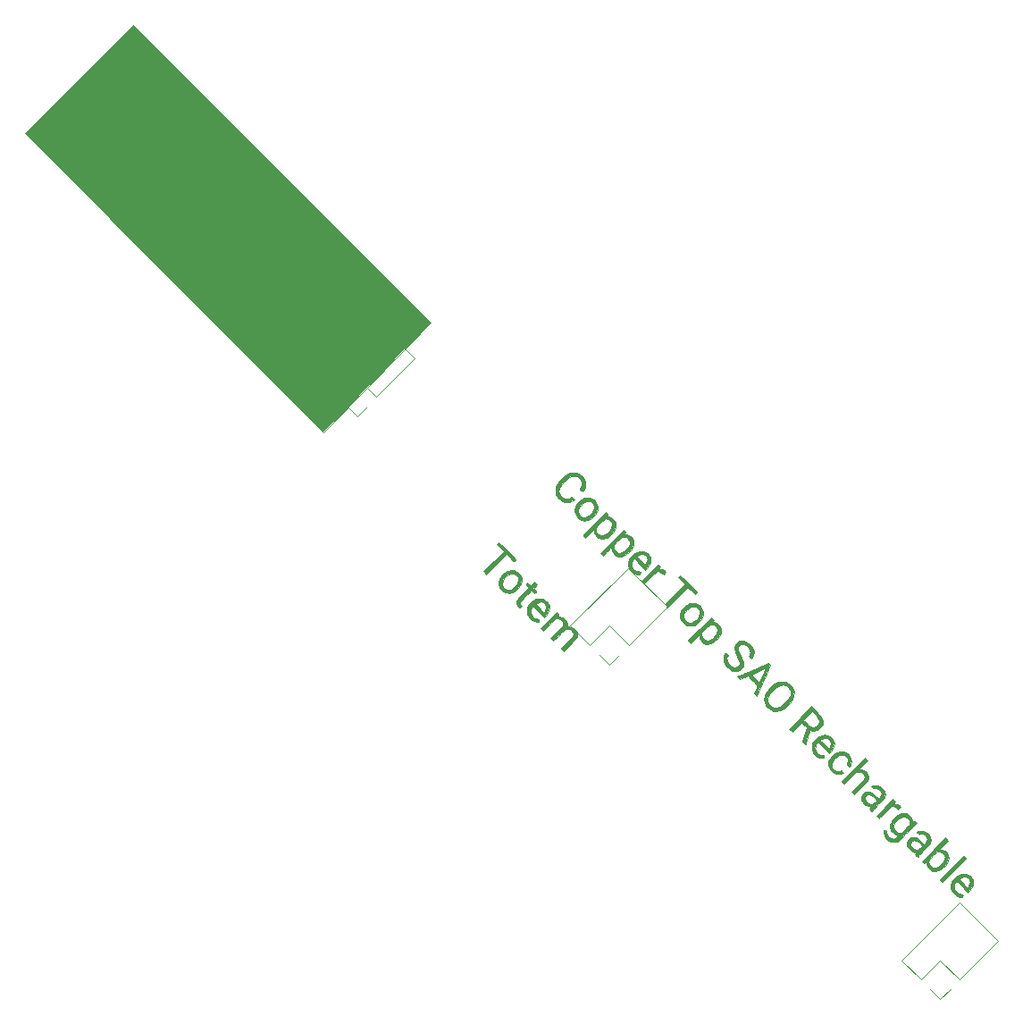
<source format=gbr>
G04 #@! TF.GenerationSoftware,KiCad,Pcbnew,5.1.2*
G04 #@! TF.CreationDate,2019-06-28T17:21:03-05:00*
G04 #@! TF.ProjectId,BatteryTotem,42617474-6572-4795-946f-74656d2e6b69,rev?*
G04 #@! TF.SameCoordinates,Original*
G04 #@! TF.FileFunction,Legend,Top*
G04 #@! TF.FilePolarity,Positive*
%FSLAX46Y46*%
G04 Gerber Fmt 4.6, Leading zero omitted, Abs format (unit mm)*
G04 Created by KiCad (PCBNEW 5.1.2) date 2019-06-28 17:21:03*
%MOMM*%
%LPD*%
G04 APERTURE LIST*
%ADD10C,0.100000*%
%ADD11C,0.150000*%
%ADD12C,0.010000*%
%ADD13C,0.120000*%
G04 APERTURE END LIST*
D10*
G36*
X124125000Y-59475000D02*
G01*
X114025000Y-69925000D01*
X85700000Y-41575000D01*
X95950000Y-31325000D01*
X124125000Y-59475000D01*
G37*
X124125000Y-59475000D02*
X114025000Y-69925000D01*
X85700000Y-41575000D01*
X95950000Y-31325000D01*
X124125000Y-59475000D01*
D11*
X90796912Y-43092851D02*
X90392851Y-43496912D01*
X90594881Y-43294881D02*
X89887774Y-42587774D01*
X89921446Y-42756133D01*
X89921446Y-42890820D01*
X89887774Y-42991835D01*
D12*
G36*
X174957412Y-111770106D02*
G01*
X175193866Y-111893987D01*
X175248665Y-111937237D01*
X175431179Y-112141553D01*
X175535081Y-112369985D01*
X175560470Y-112615459D01*
X175507444Y-112870901D01*
X175376103Y-113129236D01*
X175229337Y-113317234D01*
X175075675Y-113487319D01*
X174533466Y-112946314D01*
X174334504Y-112747806D01*
X174186386Y-112604605D01*
X174078907Y-112513354D01*
X174001863Y-112470696D01*
X173945046Y-112473274D01*
X173898254Y-112517731D01*
X173851280Y-112600710D01*
X173800571Y-112705231D01*
X173740964Y-112914801D01*
X173756488Y-113122717D01*
X173838576Y-113314538D01*
X173978664Y-113475825D01*
X174168185Y-113592140D01*
X174357638Y-113644288D01*
X174483944Y-113668672D01*
X174548412Y-113703945D01*
X174573831Y-113763670D01*
X174575454Y-113773925D01*
X174564834Y-113877057D01*
X174493835Y-113929871D01*
X174358581Y-113933842D01*
X174222500Y-113908082D01*
X173961344Y-113802876D01*
X173734489Y-113630533D01*
X173556100Y-113406153D01*
X173440341Y-113144836D01*
X173417754Y-113050190D01*
X173415979Y-112824601D01*
X173484244Y-112587987D01*
X173611693Y-112354312D01*
X173721736Y-112218608D01*
X174188420Y-112218608D01*
X174585624Y-112617471D01*
X174734522Y-112764868D01*
X174862604Y-112887672D01*
X174957934Y-112974732D01*
X175008579Y-113014897D01*
X175012531Y-113016333D01*
X175054058Y-112985139D01*
X175118952Y-112908053D01*
X175134078Y-112887351D01*
X175228907Y-112693375D01*
X175249121Y-112493636D01*
X175193325Y-112306670D01*
X175179528Y-112282827D01*
X175037375Y-112124783D01*
X174857059Y-112036582D01*
X174651416Y-112020482D01*
X174433281Y-112078742D01*
X174328912Y-112133170D01*
X174188420Y-112218608D01*
X173721736Y-112218608D01*
X173787473Y-112137543D01*
X174000728Y-111951644D01*
X174240604Y-111810580D01*
X174434758Y-111741768D01*
X174696919Y-111717576D01*
X174957412Y-111770106D01*
X174957412Y-111770106D01*
G37*
X174957412Y-111770106D02*
X175193866Y-111893987D01*
X175248665Y-111937237D01*
X175431179Y-112141553D01*
X175535081Y-112369985D01*
X175560470Y-112615459D01*
X175507444Y-112870901D01*
X175376103Y-113129236D01*
X175229337Y-113317234D01*
X175075675Y-113487319D01*
X174533466Y-112946314D01*
X174334504Y-112747806D01*
X174186386Y-112604605D01*
X174078907Y-112513354D01*
X174001863Y-112470696D01*
X173945046Y-112473274D01*
X173898254Y-112517731D01*
X173851280Y-112600710D01*
X173800571Y-112705231D01*
X173740964Y-112914801D01*
X173756488Y-113122717D01*
X173838576Y-113314538D01*
X173978664Y-113475825D01*
X174168185Y-113592140D01*
X174357638Y-113644288D01*
X174483944Y-113668672D01*
X174548412Y-113703945D01*
X174573831Y-113763670D01*
X174575454Y-113773925D01*
X174564834Y-113877057D01*
X174493835Y-113929871D01*
X174358581Y-113933842D01*
X174222500Y-113908082D01*
X173961344Y-113802876D01*
X173734489Y-113630533D01*
X173556100Y-113406153D01*
X173440341Y-113144836D01*
X173417754Y-113050190D01*
X173415979Y-112824601D01*
X173484244Y-112587987D01*
X173611693Y-112354312D01*
X173721736Y-112218608D01*
X174188420Y-112218608D01*
X174585624Y-112617471D01*
X174734522Y-112764868D01*
X174862604Y-112887672D01*
X174957934Y-112974732D01*
X175008579Y-113014897D01*
X175012531Y-113016333D01*
X175054058Y-112985139D01*
X175118952Y-112908053D01*
X175134078Y-112887351D01*
X175228907Y-112693375D01*
X175249121Y-112493636D01*
X175193325Y-112306670D01*
X175179528Y-112282827D01*
X175037375Y-112124783D01*
X174857059Y-112036582D01*
X174651416Y-112020482D01*
X174433281Y-112078742D01*
X174328912Y-112133170D01*
X174188420Y-112218608D01*
X173721736Y-112218608D01*
X173787473Y-112137543D01*
X174000728Y-111951644D01*
X174240604Y-111810580D01*
X174434758Y-111741768D01*
X174696919Y-111717576D01*
X174957412Y-111770106D01*
G36*
X174751053Y-110159847D02*
G01*
X174878152Y-110286947D01*
X173765655Y-111398850D01*
X172653158Y-112510752D01*
X172529072Y-112381234D01*
X172404985Y-112251716D01*
X174623953Y-110032748D01*
X174751053Y-110159847D01*
X174751053Y-110159847D01*
G37*
X174751053Y-110159847D02*
X174878152Y-110286947D01*
X173765655Y-111398850D01*
X172653158Y-112510752D01*
X172529072Y-112381234D01*
X172404985Y-112251716D01*
X174623953Y-110032748D01*
X174751053Y-110159847D01*
G36*
X173160673Y-108573246D02*
G01*
X172739880Y-108995623D01*
X172575170Y-109161814D01*
X172464296Y-109277535D01*
X172400939Y-109351893D01*
X172378780Y-109393999D01*
X172391502Y-109412963D01*
X172432784Y-109417893D01*
X172446907Y-109418000D01*
X172612405Y-109450216D01*
X172796024Y-109535874D01*
X172968153Y-109658489D01*
X173073529Y-109766833D01*
X173187885Y-109974209D01*
X173225541Y-110205718D01*
X173188208Y-110453560D01*
X173077601Y-110709935D01*
X172895430Y-110967041D01*
X172783488Y-111088004D01*
X172533208Y-111298497D01*
X172276822Y-111439542D01*
X172023646Y-111507860D01*
X171782998Y-111500171D01*
X171688311Y-111473635D01*
X171471447Y-111356230D01*
X171298361Y-111185581D01*
X171183523Y-110979658D01*
X171142915Y-110796339D01*
X171130229Y-110687678D01*
X171110365Y-110663331D01*
X171350105Y-110663331D01*
X171414273Y-110842992D01*
X171528270Y-110998408D01*
X171677520Y-111113482D01*
X171847443Y-111172116D01*
X171978833Y-111169533D01*
X172094724Y-111132993D01*
X172233973Y-111070141D01*
X172282206Y-111043975D01*
X172445615Y-110925059D01*
X172607262Y-110765641D01*
X172745310Y-110590935D01*
X172837924Y-110426154D01*
X172852758Y-110385167D01*
X172879333Y-110169708D01*
X172831012Y-109973313D01*
X172717415Y-109810003D01*
X172548164Y-109693800D01*
X172341108Y-109639468D01*
X172127096Y-109618904D01*
X171750722Y-109987205D01*
X171562229Y-110180577D01*
X171430510Y-110335518D01*
X171360022Y-110446593D01*
X171350345Y-110475524D01*
X171350105Y-110663331D01*
X171110365Y-110663331D01*
X171101633Y-110652630D01*
X171039363Y-110680162D01*
X170999535Y-110707283D01*
X170935737Y-110741565D01*
X170881549Y-110728163D01*
X170805920Y-110658617D01*
X170800603Y-110653080D01*
X170689641Y-110537261D01*
X171801408Y-109426087D01*
X172913175Y-108314914D01*
X173160673Y-108573246D01*
X173160673Y-108573246D01*
G37*
X173160673Y-108573246D02*
X172739880Y-108995623D01*
X172575170Y-109161814D01*
X172464296Y-109277535D01*
X172400939Y-109351893D01*
X172378780Y-109393999D01*
X172391502Y-109412963D01*
X172432784Y-109417893D01*
X172446907Y-109418000D01*
X172612405Y-109450216D01*
X172796024Y-109535874D01*
X172968153Y-109658489D01*
X173073529Y-109766833D01*
X173187885Y-109974209D01*
X173225541Y-110205718D01*
X173188208Y-110453560D01*
X173077601Y-110709935D01*
X172895430Y-110967041D01*
X172783488Y-111088004D01*
X172533208Y-111298497D01*
X172276822Y-111439542D01*
X172023646Y-111507860D01*
X171782998Y-111500171D01*
X171688311Y-111473635D01*
X171471447Y-111356230D01*
X171298361Y-111185581D01*
X171183523Y-110979658D01*
X171142915Y-110796339D01*
X171130229Y-110687678D01*
X171110365Y-110663331D01*
X171350105Y-110663331D01*
X171414273Y-110842992D01*
X171528270Y-110998408D01*
X171677520Y-111113482D01*
X171847443Y-111172116D01*
X171978833Y-111169533D01*
X172094724Y-111132993D01*
X172233973Y-111070141D01*
X172282206Y-111043975D01*
X172445615Y-110925059D01*
X172607262Y-110765641D01*
X172745310Y-110590935D01*
X172837924Y-110426154D01*
X172852758Y-110385167D01*
X172879333Y-110169708D01*
X172831012Y-109973313D01*
X172717415Y-109810003D01*
X172548164Y-109693800D01*
X172341108Y-109639468D01*
X172127096Y-109618904D01*
X171750722Y-109987205D01*
X171562229Y-110180577D01*
X171430510Y-110335518D01*
X171360022Y-110446593D01*
X171350345Y-110475524D01*
X171350105Y-110663331D01*
X171110365Y-110663331D01*
X171101633Y-110652630D01*
X171039363Y-110680162D01*
X170999535Y-110707283D01*
X170935737Y-110741565D01*
X170881549Y-110728163D01*
X170805920Y-110658617D01*
X170800603Y-110653080D01*
X170689641Y-110537261D01*
X171801408Y-109426087D01*
X172913175Y-108314914D01*
X173160673Y-108573246D01*
G36*
X170724344Y-107651577D02*
G01*
X170883232Y-107686475D01*
X170914355Y-107698204D01*
X171101906Y-107808134D01*
X171282668Y-107967236D01*
X171423686Y-108145053D01*
X171452161Y-108195222D01*
X171512642Y-108372228D01*
X171532451Y-108565117D01*
X171509539Y-108737919D01*
X171486418Y-108796366D01*
X171441831Y-108856256D01*
X171348331Y-108964223D01*
X171216749Y-109108352D01*
X171057917Y-109276728D01*
X170921035Y-109418298D01*
X170749652Y-109597218D01*
X170598677Y-109761567D01*
X170478548Y-109899443D01*
X170399704Y-109998943D01*
X170373431Y-110042715D01*
X170340115Y-110116117D01*
X170295443Y-110127927D01*
X170223765Y-110076088D01*
X170162626Y-110014973D01*
X170088706Y-109925959D01*
X170071572Y-109860054D01*
X170091206Y-109806089D01*
X170131240Y-109717795D01*
X170118607Y-109679868D01*
X170051307Y-109672000D01*
X169876317Y-109636744D01*
X169689182Y-109542289D01*
X169514729Y-109405601D01*
X169377786Y-109243650D01*
X169346480Y-109190296D01*
X169289996Y-109003889D01*
X169288735Y-108842638D01*
X169638188Y-108842638D01*
X169639384Y-109005707D01*
X169711473Y-109163001D01*
X169849010Y-109300684D01*
X169985839Y-109380055D01*
X170149647Y-109441673D01*
X170278115Y-109450008D01*
X170398407Y-109399890D01*
X170537688Y-109286147D01*
X170552547Y-109272173D01*
X170751167Y-109084013D01*
X170560667Y-108886056D01*
X170354254Y-108703194D01*
X170159118Y-108592086D01*
X169981272Y-108554140D01*
X169826729Y-108590764D01*
X169713330Y-108687633D01*
X169638188Y-108842638D01*
X169288735Y-108842638D01*
X169288354Y-108794016D01*
X169340742Y-108601014D01*
X169359084Y-108565437D01*
X169483445Y-108420915D01*
X169655826Y-108312021D01*
X169846128Y-108253843D01*
X169983027Y-108252647D01*
X170150053Y-108292838D01*
X170307454Y-108367056D01*
X170474870Y-108487012D01*
X170669223Y-108661807D01*
X170926327Y-108908690D01*
X171065230Y-108765379D01*
X171175238Y-108601047D01*
X171205980Y-108426994D01*
X171159800Y-108256041D01*
X171039044Y-108101009D01*
X170928783Y-108019137D01*
X170792279Y-107960698D01*
X170650374Y-107937892D01*
X170533959Y-107953566D01*
X170492654Y-107978946D01*
X170435397Y-107981426D01*
X170342536Y-107908611D01*
X170325437Y-107891134D01*
X170249773Y-107807750D01*
X170228042Y-107759691D01*
X170254698Y-107722028D01*
X170283008Y-107700355D01*
X170392131Y-107658627D01*
X170549944Y-107642331D01*
X170724344Y-107651577D01*
X170724344Y-107651577D01*
G37*
X170724344Y-107651577D02*
X170883232Y-107686475D01*
X170914355Y-107698204D01*
X171101906Y-107808134D01*
X171282668Y-107967236D01*
X171423686Y-108145053D01*
X171452161Y-108195222D01*
X171512642Y-108372228D01*
X171532451Y-108565117D01*
X171509539Y-108737919D01*
X171486418Y-108796366D01*
X171441831Y-108856256D01*
X171348331Y-108964223D01*
X171216749Y-109108352D01*
X171057917Y-109276728D01*
X170921035Y-109418298D01*
X170749652Y-109597218D01*
X170598677Y-109761567D01*
X170478548Y-109899443D01*
X170399704Y-109998943D01*
X170373431Y-110042715D01*
X170340115Y-110116117D01*
X170295443Y-110127927D01*
X170223765Y-110076088D01*
X170162626Y-110014973D01*
X170088706Y-109925959D01*
X170071572Y-109860054D01*
X170091206Y-109806089D01*
X170131240Y-109717795D01*
X170118607Y-109679868D01*
X170051307Y-109672000D01*
X169876317Y-109636744D01*
X169689182Y-109542289D01*
X169514729Y-109405601D01*
X169377786Y-109243650D01*
X169346480Y-109190296D01*
X169289996Y-109003889D01*
X169288735Y-108842638D01*
X169638188Y-108842638D01*
X169639384Y-109005707D01*
X169711473Y-109163001D01*
X169849010Y-109300684D01*
X169985839Y-109380055D01*
X170149647Y-109441673D01*
X170278115Y-109450008D01*
X170398407Y-109399890D01*
X170537688Y-109286147D01*
X170552547Y-109272173D01*
X170751167Y-109084013D01*
X170560667Y-108886056D01*
X170354254Y-108703194D01*
X170159118Y-108592086D01*
X169981272Y-108554140D01*
X169826729Y-108590764D01*
X169713330Y-108687633D01*
X169638188Y-108842638D01*
X169288735Y-108842638D01*
X169288354Y-108794016D01*
X169340742Y-108601014D01*
X169359084Y-108565437D01*
X169483445Y-108420915D01*
X169655826Y-108312021D01*
X169846128Y-108253843D01*
X169983027Y-108252647D01*
X170150053Y-108292838D01*
X170307454Y-108367056D01*
X170474870Y-108487012D01*
X170669223Y-108661807D01*
X170926327Y-108908690D01*
X171065230Y-108765379D01*
X171175238Y-108601047D01*
X171205980Y-108426994D01*
X171159800Y-108256041D01*
X171039044Y-108101009D01*
X170928783Y-108019137D01*
X170792279Y-107960698D01*
X170650374Y-107937892D01*
X170533959Y-107953566D01*
X170492654Y-107978946D01*
X170435397Y-107981426D01*
X170342536Y-107908611D01*
X170325437Y-107891134D01*
X170249773Y-107807750D01*
X170228042Y-107759691D01*
X170254698Y-107722028D01*
X170283008Y-107700355D01*
X170392131Y-107658627D01*
X170549944Y-107642331D01*
X170724344Y-107651577D01*
G36*
X169242197Y-106020509D02*
G01*
X169442832Y-106130260D01*
X169605398Y-106287643D01*
X169714888Y-106481534D01*
X169756299Y-106700807D01*
X169756333Y-106707307D01*
X169765782Y-106806680D01*
X169801941Y-106828637D01*
X169876527Y-106778081D01*
X169892189Y-106764152D01*
X169948480Y-106722263D01*
X169996747Y-106728146D01*
X170066846Y-106788386D01*
X170085338Y-106806763D01*
X170199464Y-106920888D01*
X169374649Y-107749054D01*
X169150644Y-107971248D01*
X168938115Y-108176970D01*
X168746579Y-108357402D01*
X168585547Y-108503727D01*
X168464536Y-108607129D01*
X168393059Y-108658792D01*
X168392770Y-108658943D01*
X168213890Y-108717949D01*
X168003564Y-108737736D01*
X167799119Y-108717711D01*
X167660833Y-108670535D01*
X167455568Y-108526497D01*
X167277768Y-108333828D01*
X167141842Y-108114004D01*
X167062202Y-107888498D01*
X167047413Y-107756417D01*
X167053212Y-107652207D01*
X167084000Y-107607589D01*
X167158754Y-107597702D01*
X167168589Y-107597667D01*
X167247671Y-107606753D01*
X167289551Y-107649696D01*
X167314451Y-107750024D01*
X167317967Y-107771444D01*
X167386334Y-108014175D01*
X167508945Y-108200940D01*
X167607872Y-108289342D01*
X167809561Y-108398532D01*
X168009702Y-108423344D01*
X168205828Y-108364065D01*
X168395473Y-108220978D01*
X168420170Y-108195547D01*
X168544507Y-108063333D01*
X168429067Y-108063333D01*
X168256757Y-108027718D01*
X168074162Y-107932926D01*
X167905631Y-107797040D01*
X167775513Y-107638141D01*
X167727026Y-107541994D01*
X167692661Y-107361365D01*
X168026902Y-107361365D01*
X168100068Y-107548031D01*
X168155935Y-107621783D01*
X168289699Y-107752663D01*
X168419678Y-107822742D01*
X168577756Y-107848007D01*
X168609085Y-107848983D01*
X168675255Y-107843511D01*
X168742351Y-107818211D01*
X168823436Y-107763673D01*
X168931572Y-107670489D01*
X169079824Y-107529250D01*
X169153923Y-107456562D01*
X169316491Y-107295062D01*
X169427807Y-107178497D01*
X169497462Y-107092924D01*
X169535047Y-107024399D01*
X169550153Y-106958979D01*
X169552371Y-106882722D01*
X169552302Y-106877403D01*
X169517101Y-106682738D01*
X169411844Y-106515574D01*
X169280806Y-106398593D01*
X169116563Y-106326077D01*
X168924563Y-106324776D01*
X168716479Y-106390974D01*
X168503981Y-106520961D01*
X168298762Y-106710999D01*
X168126544Y-106940969D01*
X168035826Y-107158385D01*
X168026902Y-107361365D01*
X167692661Y-107361365D01*
X167683382Y-107312593D01*
X167710975Y-107067408D01*
X167801251Y-106818979D01*
X167945658Y-106579844D01*
X168135643Y-106362542D01*
X168362653Y-106179612D01*
X168618135Y-106043593D01*
X168786737Y-105988405D01*
X169018497Y-105969515D01*
X169242197Y-106020509D01*
X169242197Y-106020509D01*
G37*
X169242197Y-106020509D02*
X169442832Y-106130260D01*
X169605398Y-106287643D01*
X169714888Y-106481534D01*
X169756299Y-106700807D01*
X169756333Y-106707307D01*
X169765782Y-106806680D01*
X169801941Y-106828637D01*
X169876527Y-106778081D01*
X169892189Y-106764152D01*
X169948480Y-106722263D01*
X169996747Y-106728146D01*
X170066846Y-106788386D01*
X170085338Y-106806763D01*
X170199464Y-106920888D01*
X169374649Y-107749054D01*
X169150644Y-107971248D01*
X168938115Y-108176970D01*
X168746579Y-108357402D01*
X168585547Y-108503727D01*
X168464536Y-108607129D01*
X168393059Y-108658792D01*
X168392770Y-108658943D01*
X168213890Y-108717949D01*
X168003564Y-108737736D01*
X167799119Y-108717711D01*
X167660833Y-108670535D01*
X167455568Y-108526497D01*
X167277768Y-108333828D01*
X167141842Y-108114004D01*
X167062202Y-107888498D01*
X167047413Y-107756417D01*
X167053212Y-107652207D01*
X167084000Y-107607589D01*
X167158754Y-107597702D01*
X167168589Y-107597667D01*
X167247671Y-107606753D01*
X167289551Y-107649696D01*
X167314451Y-107750024D01*
X167317967Y-107771444D01*
X167386334Y-108014175D01*
X167508945Y-108200940D01*
X167607872Y-108289342D01*
X167809561Y-108398532D01*
X168009702Y-108423344D01*
X168205828Y-108364065D01*
X168395473Y-108220978D01*
X168420170Y-108195547D01*
X168544507Y-108063333D01*
X168429067Y-108063333D01*
X168256757Y-108027718D01*
X168074162Y-107932926D01*
X167905631Y-107797040D01*
X167775513Y-107638141D01*
X167727026Y-107541994D01*
X167692661Y-107361365D01*
X168026902Y-107361365D01*
X168100068Y-107548031D01*
X168155935Y-107621783D01*
X168289699Y-107752663D01*
X168419678Y-107822742D01*
X168577756Y-107848007D01*
X168609085Y-107848983D01*
X168675255Y-107843511D01*
X168742351Y-107818211D01*
X168823436Y-107763673D01*
X168931572Y-107670489D01*
X169079824Y-107529250D01*
X169153923Y-107456562D01*
X169316491Y-107295062D01*
X169427807Y-107178497D01*
X169497462Y-107092924D01*
X169535047Y-107024399D01*
X169550153Y-106958979D01*
X169552371Y-106882722D01*
X169552302Y-106877403D01*
X169517101Y-106682738D01*
X169411844Y-106515574D01*
X169280806Y-106398593D01*
X169116563Y-106326077D01*
X168924563Y-106324776D01*
X168716479Y-106390974D01*
X168503981Y-106520961D01*
X168298762Y-106710999D01*
X168126544Y-106940969D01*
X168035826Y-107158385D01*
X168026902Y-107361365D01*
X167692661Y-107361365D01*
X167683382Y-107312593D01*
X167710975Y-107067408D01*
X167801251Y-106818979D01*
X167945658Y-106579844D01*
X168135643Y-106362542D01*
X168362653Y-106179612D01*
X168618135Y-106043593D01*
X168786737Y-105988405D01*
X169018497Y-105969515D01*
X169242197Y-106020509D01*
G36*
X168061826Y-104781375D02*
G01*
X168189935Y-104904112D01*
X168097922Y-105002056D01*
X168005908Y-105100000D01*
X168163556Y-105100000D01*
X168380606Y-105138775D01*
X168569155Y-105247155D01*
X168623692Y-105299723D01*
X168666913Y-105356529D01*
X168662728Y-105403556D01*
X168604319Y-105470033D01*
X168578028Y-105495433D01*
X168458706Y-105609750D01*
X168377370Y-105519874D01*
X168208844Y-105387485D01*
X168011967Y-105318386D01*
X167930910Y-105311667D01*
X167875916Y-105318425D01*
X167814729Y-105343872D01*
X167737669Y-105395768D01*
X167635052Y-105481873D01*
X167497199Y-105609946D01*
X167314426Y-105787747D01*
X167217852Y-105883167D01*
X167037593Y-106060699D01*
X166878061Y-106215765D01*
X166748860Y-106339196D01*
X166659593Y-106421826D01*
X166619865Y-106454487D01*
X166619131Y-106454667D01*
X166578577Y-106427044D01*
X166505428Y-106358515D01*
X166484344Y-106336898D01*
X166371514Y-106219129D01*
X167152616Y-105438884D01*
X167933717Y-104658639D01*
X168061826Y-104781375D01*
X168061826Y-104781375D01*
G37*
X168061826Y-104781375D02*
X168189935Y-104904112D01*
X168097922Y-105002056D01*
X168005908Y-105100000D01*
X168163556Y-105100000D01*
X168380606Y-105138775D01*
X168569155Y-105247155D01*
X168623692Y-105299723D01*
X168666913Y-105356529D01*
X168662728Y-105403556D01*
X168604319Y-105470033D01*
X168578028Y-105495433D01*
X168458706Y-105609750D01*
X168377370Y-105519874D01*
X168208844Y-105387485D01*
X168011967Y-105318386D01*
X167930910Y-105311667D01*
X167875916Y-105318425D01*
X167814729Y-105343872D01*
X167737669Y-105395768D01*
X167635052Y-105481873D01*
X167497199Y-105609946D01*
X167314426Y-105787747D01*
X167217852Y-105883167D01*
X167037593Y-106060699D01*
X166878061Y-106215765D01*
X166748860Y-106339196D01*
X166659593Y-106421826D01*
X166619865Y-106454487D01*
X166619131Y-106454667D01*
X166578577Y-106427044D01*
X166505428Y-106358515D01*
X166484344Y-106336898D01*
X166371514Y-106219129D01*
X167152616Y-105438884D01*
X167933717Y-104658639D01*
X168061826Y-104781375D01*
G36*
X166503829Y-103356915D02*
G01*
X166732340Y-103453516D01*
X166927670Y-103599582D01*
X167079834Y-103782894D01*
X167178850Y-103991233D01*
X167214736Y-104212378D01*
X167177508Y-104434111D01*
X167172288Y-104448336D01*
X167128909Y-104516095D01*
X167036338Y-104631188D01*
X166905355Y-104781187D01*
X166746741Y-104953661D01*
X166609924Y-105096675D01*
X166436169Y-105277093D01*
X166279808Y-105443029D01*
X166151965Y-105582396D01*
X166063768Y-105683106D01*
X166029552Y-105727207D01*
X165967500Y-105825247D01*
X165841793Y-105694027D01*
X165764890Y-105604535D01*
X165743142Y-105542614D01*
X165767132Y-105481073D01*
X165767710Y-105480144D01*
X165808317Y-105408420D01*
X165801834Y-105370820D01*
X165734258Y-105347962D01*
X165662046Y-105333915D01*
X165415554Y-105249052D01*
X165206222Y-105101291D01*
X165049804Y-104904650D01*
X164973243Y-104721142D01*
X164966771Y-104644606D01*
X165312136Y-104644606D01*
X165362791Y-104802686D01*
X165482827Y-104946088D01*
X165667839Y-105062055D01*
X165831647Y-105123673D01*
X165960115Y-105132008D01*
X166080407Y-105081890D01*
X166219688Y-104968147D01*
X166234547Y-104954173D01*
X166433167Y-104766013D01*
X166242667Y-104569680D01*
X166063758Y-104408747D01*
X165884426Y-104288947D01*
X165723409Y-104221593D01*
X165648430Y-104211000D01*
X165562461Y-104239725D01*
X165460392Y-104311083D01*
X165435077Y-104334743D01*
X165334889Y-104484430D01*
X165312136Y-104644606D01*
X164966771Y-104644606D01*
X164954601Y-104500696D01*
X165012419Y-104293154D01*
X165138589Y-104115461D01*
X165325001Y-103984563D01*
X165325925Y-103984124D01*
X165522597Y-103925582D01*
X165724624Y-103937716D01*
X165938662Y-104022841D01*
X166171370Y-104183270D01*
X166345750Y-104338551D01*
X166612515Y-104594712D01*
X166745091Y-104443716D01*
X166844349Y-104277298D01*
X166870494Y-104103797D01*
X166832241Y-103937857D01*
X166738309Y-103794123D01*
X166597414Y-103687238D01*
X166418274Y-103631847D01*
X166262563Y-103633110D01*
X166138340Y-103641120D01*
X166055509Y-103613800D01*
X165983947Y-103549808D01*
X165919103Y-103475573D01*
X165909746Y-103432603D01*
X165952529Y-103391273D01*
X165965008Y-103382088D01*
X166055842Y-103345967D01*
X166189774Y-103324542D01*
X166252117Y-103322000D01*
X166503829Y-103356915D01*
X166503829Y-103356915D01*
G37*
X166503829Y-103356915D02*
X166732340Y-103453516D01*
X166927670Y-103599582D01*
X167079834Y-103782894D01*
X167178850Y-103991233D01*
X167214736Y-104212378D01*
X167177508Y-104434111D01*
X167172288Y-104448336D01*
X167128909Y-104516095D01*
X167036338Y-104631188D01*
X166905355Y-104781187D01*
X166746741Y-104953661D01*
X166609924Y-105096675D01*
X166436169Y-105277093D01*
X166279808Y-105443029D01*
X166151965Y-105582396D01*
X166063768Y-105683106D01*
X166029552Y-105727207D01*
X165967500Y-105825247D01*
X165841793Y-105694027D01*
X165764890Y-105604535D01*
X165743142Y-105542614D01*
X165767132Y-105481073D01*
X165767710Y-105480144D01*
X165808317Y-105408420D01*
X165801834Y-105370820D01*
X165734258Y-105347962D01*
X165662046Y-105333915D01*
X165415554Y-105249052D01*
X165206222Y-105101291D01*
X165049804Y-104904650D01*
X164973243Y-104721142D01*
X164966771Y-104644606D01*
X165312136Y-104644606D01*
X165362791Y-104802686D01*
X165482827Y-104946088D01*
X165667839Y-105062055D01*
X165831647Y-105123673D01*
X165960115Y-105132008D01*
X166080407Y-105081890D01*
X166219688Y-104968147D01*
X166234547Y-104954173D01*
X166433167Y-104766013D01*
X166242667Y-104569680D01*
X166063758Y-104408747D01*
X165884426Y-104288947D01*
X165723409Y-104221593D01*
X165648430Y-104211000D01*
X165562461Y-104239725D01*
X165460392Y-104311083D01*
X165435077Y-104334743D01*
X165334889Y-104484430D01*
X165312136Y-104644606D01*
X164966771Y-104644606D01*
X164954601Y-104500696D01*
X165012419Y-104293154D01*
X165138589Y-104115461D01*
X165325001Y-103984563D01*
X165325925Y-103984124D01*
X165522597Y-103925582D01*
X165724624Y-103937716D01*
X165938662Y-104022841D01*
X166171370Y-104183270D01*
X166345750Y-104338551D01*
X166612515Y-104594712D01*
X166745091Y-104443716D01*
X166844349Y-104277298D01*
X166870494Y-104103797D01*
X166832241Y-103937857D01*
X166738309Y-103794123D01*
X166597414Y-103687238D01*
X166418274Y-103631847D01*
X166262563Y-103633110D01*
X166138340Y-103641120D01*
X166055509Y-103613800D01*
X165983947Y-103549808D01*
X165919103Y-103475573D01*
X165909746Y-103432603D01*
X165952529Y-103391273D01*
X165965008Y-103382088D01*
X166055842Y-103345967D01*
X166189774Y-103324542D01*
X166252117Y-103322000D01*
X166503829Y-103356915D01*
G36*
X165567312Y-100969069D02*
G01*
X165133162Y-101404701D01*
X164699013Y-101840333D01*
X164867590Y-101841030D01*
X165069777Y-101879610D01*
X165268493Y-101982156D01*
X165443096Y-102131316D01*
X165572945Y-102309739D01*
X165635402Y-102486446D01*
X165640726Y-102597476D01*
X165616271Y-102711901D01*
X165556070Y-102838633D01*
X165454154Y-102986584D01*
X165304557Y-103164665D01*
X165101310Y-103381788D01*
X164898004Y-103587662D01*
X164313241Y-104170825D01*
X164067065Y-103913873D01*
X164668033Y-103307739D01*
X164872817Y-103100230D01*
X165025089Y-102942381D01*
X165132567Y-102824347D01*
X165202969Y-102736284D01*
X165244013Y-102668347D01*
X165263415Y-102610692D01*
X165268895Y-102553473D01*
X165269000Y-102541156D01*
X165255659Y-102427711D01*
X165204843Y-102328684D01*
X165104647Y-102216353D01*
X164999148Y-102119278D01*
X164910104Y-102070395D01*
X164798989Y-102053512D01*
X164713611Y-102052000D01*
X164486929Y-102052000D01*
X163339575Y-103197158D01*
X163215613Y-103067770D01*
X163091652Y-102938383D01*
X165308716Y-100721319D01*
X165567312Y-100969069D01*
X165567312Y-100969069D01*
G37*
X165567312Y-100969069D02*
X165133162Y-101404701D01*
X164699013Y-101840333D01*
X164867590Y-101841030D01*
X165069777Y-101879610D01*
X165268493Y-101982156D01*
X165443096Y-102131316D01*
X165572945Y-102309739D01*
X165635402Y-102486446D01*
X165640726Y-102597476D01*
X165616271Y-102711901D01*
X165556070Y-102838633D01*
X165454154Y-102986584D01*
X165304557Y-103164665D01*
X165101310Y-103381788D01*
X164898004Y-103587662D01*
X164313241Y-104170825D01*
X164067065Y-103913873D01*
X164668033Y-103307739D01*
X164872817Y-103100230D01*
X165025089Y-102942381D01*
X165132567Y-102824347D01*
X165202969Y-102736284D01*
X165244013Y-102668347D01*
X165263415Y-102610692D01*
X165268895Y-102553473D01*
X165269000Y-102541156D01*
X165255659Y-102427711D01*
X165204843Y-102328684D01*
X165104647Y-102216353D01*
X164999148Y-102119278D01*
X164910104Y-102070395D01*
X164798989Y-102053512D01*
X164713611Y-102052000D01*
X164486929Y-102052000D01*
X163339575Y-103197158D01*
X163215613Y-103067770D01*
X163091652Y-102938383D01*
X165308716Y-100721319D01*
X165567312Y-100969069D01*
G36*
X163368340Y-100182573D02*
G01*
X163577714Y-100288028D01*
X163755700Y-100438646D01*
X163892598Y-100625246D01*
X163978705Y-100838648D01*
X164004322Y-101069670D01*
X163959747Y-101309132D01*
X163911041Y-101423453D01*
X163823083Y-101595866D01*
X163701386Y-101479273D01*
X163625315Y-101399384D01*
X163604088Y-101340559D01*
X163628837Y-101268105D01*
X163641178Y-101243776D01*
X163697688Y-101057190D01*
X163674855Y-100860842D01*
X163631971Y-100751650D01*
X163511363Y-100587200D01*
X163343856Y-100483959D01*
X163145348Y-100446344D01*
X162931737Y-100478775D01*
X162818465Y-100525552D01*
X162675135Y-100622397D01*
X162518973Y-100764956D01*
X162370272Y-100930452D01*
X162249328Y-101096107D01*
X162176436Y-101239147D01*
X162172973Y-101249976D01*
X162150628Y-101449265D01*
X162195603Y-101635779D01*
X162294888Y-101796709D01*
X162435473Y-101919248D01*
X162604346Y-101990588D01*
X162788496Y-101997920D01*
X162900696Y-101966354D01*
X162996718Y-101936607D01*
X163066741Y-101955975D01*
X163132824Y-102011223D01*
X163203629Y-102085881D01*
X163236680Y-102136765D01*
X163237000Y-102139449D01*
X163199821Y-102177666D01*
X163106061Y-102222203D01*
X162982382Y-102263932D01*
X162855449Y-102293726D01*
X162759893Y-102302779D01*
X162619996Y-102285073D01*
X162480803Y-102248039D01*
X162236185Y-102118234D01*
X162045997Y-101933621D01*
X161915927Y-101708350D01*
X161851663Y-101456571D01*
X161858893Y-101192433D01*
X161943305Y-100930085D01*
X161947519Y-100921528D01*
X162084490Y-100711189D01*
X162275583Y-100502992D01*
X162493860Y-100323533D01*
X162648904Y-100228997D01*
X162894234Y-100143877D01*
X163137280Y-100131462D01*
X163368340Y-100182573D01*
X163368340Y-100182573D01*
G37*
X163368340Y-100182573D02*
X163577714Y-100288028D01*
X163755700Y-100438646D01*
X163892598Y-100625246D01*
X163978705Y-100838648D01*
X164004322Y-101069670D01*
X163959747Y-101309132D01*
X163911041Y-101423453D01*
X163823083Y-101595866D01*
X163701386Y-101479273D01*
X163625315Y-101399384D01*
X163604088Y-101340559D01*
X163628837Y-101268105D01*
X163641178Y-101243776D01*
X163697688Y-101057190D01*
X163674855Y-100860842D01*
X163631971Y-100751650D01*
X163511363Y-100587200D01*
X163343856Y-100483959D01*
X163145348Y-100446344D01*
X162931737Y-100478775D01*
X162818465Y-100525552D01*
X162675135Y-100622397D01*
X162518973Y-100764956D01*
X162370272Y-100930452D01*
X162249328Y-101096107D01*
X162176436Y-101239147D01*
X162172973Y-101249976D01*
X162150628Y-101449265D01*
X162195603Y-101635779D01*
X162294888Y-101796709D01*
X162435473Y-101919248D01*
X162604346Y-101990588D01*
X162788496Y-101997920D01*
X162900696Y-101966354D01*
X162996718Y-101936607D01*
X163066741Y-101955975D01*
X163132824Y-102011223D01*
X163203629Y-102085881D01*
X163236680Y-102136765D01*
X163237000Y-102139449D01*
X163199821Y-102177666D01*
X163106061Y-102222203D01*
X162982382Y-102263932D01*
X162855449Y-102293726D01*
X162759893Y-102302779D01*
X162619996Y-102285073D01*
X162480803Y-102248039D01*
X162236185Y-102118234D01*
X162045997Y-101933621D01*
X161915927Y-101708350D01*
X161851663Y-101456571D01*
X161858893Y-101192433D01*
X161943305Y-100930085D01*
X161947519Y-100921528D01*
X162084490Y-100711189D01*
X162275583Y-100502992D01*
X162493860Y-100323533D01*
X162648904Y-100228997D01*
X162894234Y-100143877D01*
X163137280Y-100131462D01*
X163368340Y-100182573D01*
G36*
X161753780Y-98598321D02*
G01*
X161991745Y-98707884D01*
X162200899Y-98892457D01*
X162245344Y-98947256D01*
X162370790Y-99174150D01*
X162413997Y-99413699D01*
X162375546Y-99660982D01*
X162256020Y-99911076D01*
X162108592Y-100103037D01*
X161911078Y-100322720D01*
X161373655Y-99786490D01*
X160836233Y-99250260D01*
X160745432Y-99365695D01*
X160671234Y-99486727D01*
X160610528Y-99629132D01*
X160605614Y-99644732D01*
X160582356Y-99857176D01*
X160631960Y-100060298D01*
X160742802Y-100239258D01*
X160903257Y-100379216D01*
X161101701Y-100465330D01*
X161264314Y-100485667D01*
X161365464Y-100491728D01*
X161407681Y-100526543D01*
X161416612Y-100615054D01*
X161416667Y-100633833D01*
X161411139Y-100730627D01*
X161377795Y-100771236D01*
X161291488Y-100778445D01*
X161257917Y-100777678D01*
X161106563Y-100761800D01*
X160962407Y-100729528D01*
X160960104Y-100728797D01*
X160812076Y-100653893D01*
X160648250Y-100529123D01*
X160494878Y-100378103D01*
X160378217Y-100224452D01*
X160356563Y-100185864D01*
X160279666Y-99945986D01*
X160275498Y-99686136D01*
X160339964Y-99421933D01*
X160468971Y-99168996D01*
X160546387Y-99076623D01*
X161078000Y-99076623D01*
X161106803Y-99120816D01*
X161183658Y-99208119D01*
X161294231Y-99324398D01*
X161424188Y-99455523D01*
X161559196Y-99587360D01*
X161684922Y-99705779D01*
X161787032Y-99796646D01*
X161851192Y-99845830D01*
X161863072Y-99850667D01*
X161909931Y-99816854D01*
X161974178Y-99731632D01*
X162001538Y-99686153D01*
X162081336Y-99474653D01*
X162084264Y-99277549D01*
X162017430Y-99107174D01*
X161887947Y-98975864D01*
X161702923Y-98895951D01*
X161535185Y-98877158D01*
X161409927Y-98893546D01*
X161276709Y-98935013D01*
X161161320Y-98990308D01*
X161089545Y-99048182D01*
X161078000Y-99076623D01*
X160546387Y-99076623D01*
X160658424Y-98942942D01*
X160689968Y-98913947D01*
X160955098Y-98721581D01*
X161226649Y-98604981D01*
X161495812Y-98563957D01*
X161753780Y-98598321D01*
X161753780Y-98598321D01*
G37*
X161753780Y-98598321D02*
X161991745Y-98707884D01*
X162200899Y-98892457D01*
X162245344Y-98947256D01*
X162370790Y-99174150D01*
X162413997Y-99413699D01*
X162375546Y-99660982D01*
X162256020Y-99911076D01*
X162108592Y-100103037D01*
X161911078Y-100322720D01*
X161373655Y-99786490D01*
X160836233Y-99250260D01*
X160745432Y-99365695D01*
X160671234Y-99486727D01*
X160610528Y-99629132D01*
X160605614Y-99644732D01*
X160582356Y-99857176D01*
X160631960Y-100060298D01*
X160742802Y-100239258D01*
X160903257Y-100379216D01*
X161101701Y-100465330D01*
X161264314Y-100485667D01*
X161365464Y-100491728D01*
X161407681Y-100526543D01*
X161416612Y-100615054D01*
X161416667Y-100633833D01*
X161411139Y-100730627D01*
X161377795Y-100771236D01*
X161291488Y-100778445D01*
X161257917Y-100777678D01*
X161106563Y-100761800D01*
X160962407Y-100729528D01*
X160960104Y-100728797D01*
X160812076Y-100653893D01*
X160648250Y-100529123D01*
X160494878Y-100378103D01*
X160378217Y-100224452D01*
X160356563Y-100185864D01*
X160279666Y-99945986D01*
X160275498Y-99686136D01*
X160339964Y-99421933D01*
X160468971Y-99168996D01*
X160546387Y-99076623D01*
X161078000Y-99076623D01*
X161106803Y-99120816D01*
X161183658Y-99208119D01*
X161294231Y-99324398D01*
X161424188Y-99455523D01*
X161559196Y-99587360D01*
X161684922Y-99705779D01*
X161787032Y-99796646D01*
X161851192Y-99845830D01*
X161863072Y-99850667D01*
X161909931Y-99816854D01*
X161974178Y-99731632D01*
X162001538Y-99686153D01*
X162081336Y-99474653D01*
X162084264Y-99277549D01*
X162017430Y-99107174D01*
X161887947Y-98975864D01*
X161702923Y-98895951D01*
X161535185Y-98877158D01*
X161409927Y-98893546D01*
X161276709Y-98935013D01*
X161161320Y-98990308D01*
X161089545Y-99048182D01*
X161078000Y-99076623D01*
X160546387Y-99076623D01*
X160658424Y-98942942D01*
X160689968Y-98913947D01*
X160955098Y-98721581D01*
X161226649Y-98604981D01*
X161495812Y-98563957D01*
X161753780Y-98598321D01*
G36*
X160697771Y-96324360D02*
G01*
X160916316Y-96555867D01*
X161078191Y-96746251D01*
X161191905Y-96908424D01*
X161265970Y-97055301D01*
X161308895Y-97199794D01*
X161320578Y-97269397D01*
X161311491Y-97496653D01*
X161231382Y-97709201D01*
X161093835Y-97895505D01*
X160912436Y-98044033D01*
X160700769Y-98143251D01*
X160472420Y-98181624D01*
X160274481Y-98157553D01*
X160163535Y-98131126D01*
X160093617Y-98120986D01*
X160083349Y-98122801D01*
X160067883Y-98165828D01*
X160032953Y-98276466D01*
X159982746Y-98441031D01*
X159921450Y-98645838D01*
X159871933Y-98813500D01*
X159805384Y-99038771D01*
X159747142Y-99233528D01*
X159701328Y-99384181D01*
X159672064Y-99477141D01*
X159663501Y-99500782D01*
X159631529Y-99479472D01*
X159561317Y-99414097D01*
X159519365Y-99371776D01*
X159384685Y-99232821D01*
X159781459Y-97900581D01*
X159280885Y-97394729D01*
X158845972Y-97828162D01*
X158411058Y-98261596D01*
X158274011Y-98124550D01*
X158136965Y-97987503D01*
X158939954Y-97182711D01*
X159491998Y-97182711D01*
X159766416Y-97462911D01*
X159971229Y-97657192D01*
X160144337Y-97783676D01*
X160298382Y-97846692D01*
X160446007Y-97850565D01*
X160599855Y-97799624D01*
X160659482Y-97768540D01*
X160827885Y-97626050D01*
X160914246Y-97489642D01*
X160967667Y-97341499D01*
X160972556Y-97201973D01*
X160923901Y-97057343D01*
X160816686Y-96893886D01*
X160645898Y-96697879D01*
X160611874Y-96662097D01*
X160320269Y-96358167D01*
X159906134Y-96770439D01*
X159491998Y-97182711D01*
X158939954Y-97182711D01*
X159194732Y-96927361D01*
X160252500Y-95867219D01*
X160697771Y-96324360D01*
X160697771Y-96324360D01*
G37*
X160697771Y-96324360D02*
X160916316Y-96555867D01*
X161078191Y-96746251D01*
X161191905Y-96908424D01*
X161265970Y-97055301D01*
X161308895Y-97199794D01*
X161320578Y-97269397D01*
X161311491Y-97496653D01*
X161231382Y-97709201D01*
X161093835Y-97895505D01*
X160912436Y-98044033D01*
X160700769Y-98143251D01*
X160472420Y-98181624D01*
X160274481Y-98157553D01*
X160163535Y-98131126D01*
X160093617Y-98120986D01*
X160083349Y-98122801D01*
X160067883Y-98165828D01*
X160032953Y-98276466D01*
X159982746Y-98441031D01*
X159921450Y-98645838D01*
X159871933Y-98813500D01*
X159805384Y-99038771D01*
X159747142Y-99233528D01*
X159701328Y-99384181D01*
X159672064Y-99477141D01*
X159663501Y-99500782D01*
X159631529Y-99479472D01*
X159561317Y-99414097D01*
X159519365Y-99371776D01*
X159384685Y-99232821D01*
X159781459Y-97900581D01*
X159280885Y-97394729D01*
X158845972Y-97828162D01*
X158411058Y-98261596D01*
X158274011Y-98124550D01*
X158136965Y-97987503D01*
X158939954Y-97182711D01*
X159491998Y-97182711D01*
X159766416Y-97462911D01*
X159971229Y-97657192D01*
X160144337Y-97783676D01*
X160298382Y-97846692D01*
X160446007Y-97850565D01*
X160599855Y-97799624D01*
X160659482Y-97768540D01*
X160827885Y-97626050D01*
X160914246Y-97489642D01*
X160967667Y-97341499D01*
X160972556Y-97201973D01*
X160923901Y-97057343D01*
X160816686Y-96893886D01*
X160645898Y-96697879D01*
X160611874Y-96662097D01*
X160320269Y-96358167D01*
X159906134Y-96770439D01*
X159491998Y-97182711D01*
X158939954Y-97182711D01*
X159194732Y-96927361D01*
X160252500Y-95867219D01*
X160697771Y-96324360D01*
G36*
X157762590Y-93541813D02*
G01*
X157921620Y-93603400D01*
X158183074Y-93774604D01*
X158382111Y-93995197D01*
X158514667Y-94253220D01*
X158576674Y-94536713D01*
X158564067Y-94833717D01*
X158472781Y-95132273D01*
X158454618Y-95171203D01*
X158342582Y-95352493D01*
X158178259Y-95557195D01*
X157981784Y-95764868D01*
X157773293Y-95955070D01*
X157572923Y-96107358D01*
X157472834Y-96167893D01*
X157200848Y-96278781D01*
X156925571Y-96329165D01*
X156667095Y-96317184D01*
X156482066Y-96259654D01*
X156220483Y-96094718D01*
X155994009Y-95870220D01*
X155879965Y-95706777D01*
X155792683Y-95484530D01*
X155759179Y-95224441D01*
X155763729Y-95164467D01*
X156088473Y-95164467D01*
X156104319Y-95400442D01*
X156184278Y-95609681D01*
X156318257Y-95782749D01*
X156496164Y-95910212D01*
X156707904Y-95982636D01*
X156943385Y-95990585D01*
X157192514Y-95924625D01*
X157218761Y-95913160D01*
X157332024Y-95845755D01*
X157478957Y-95736280D01*
X157634709Y-95603850D01*
X157699173Y-95543673D01*
X157952908Y-95273522D01*
X158129119Y-95025073D01*
X158230438Y-94792768D01*
X158259500Y-94571052D01*
X158236115Y-94410833D01*
X158135959Y-94176634D01*
X157981013Y-93998946D01*
X157783497Y-93882530D01*
X157555629Y-93832145D01*
X157309628Y-93852552D01*
X157057714Y-93948509D01*
X157054179Y-93950425D01*
X156895513Y-94057030D01*
X156716747Y-94209060D01*
X156535406Y-94387955D01*
X156369017Y-94575159D01*
X156235107Y-94752113D01*
X156151201Y-94900257D01*
X156146835Y-94911191D01*
X156088473Y-95164467D01*
X155763729Y-95164467D01*
X155779681Y-94954250D01*
X155854417Y-94701696D01*
X155871395Y-94664833D01*
X155979184Y-94490510D01*
X156138357Y-94290649D01*
X156329176Y-94085302D01*
X156531903Y-93894521D01*
X156726797Y-93738358D01*
X156873494Y-93646832D01*
X157174487Y-93534763D01*
X157474955Y-93499586D01*
X157762590Y-93541813D01*
X157762590Y-93541813D01*
G37*
X157762590Y-93541813D02*
X157921620Y-93603400D01*
X158183074Y-93774604D01*
X158382111Y-93995197D01*
X158514667Y-94253220D01*
X158576674Y-94536713D01*
X158564067Y-94833717D01*
X158472781Y-95132273D01*
X158454618Y-95171203D01*
X158342582Y-95352493D01*
X158178259Y-95557195D01*
X157981784Y-95764868D01*
X157773293Y-95955070D01*
X157572923Y-96107358D01*
X157472834Y-96167893D01*
X157200848Y-96278781D01*
X156925571Y-96329165D01*
X156667095Y-96317184D01*
X156482066Y-96259654D01*
X156220483Y-96094718D01*
X155994009Y-95870220D01*
X155879965Y-95706777D01*
X155792683Y-95484530D01*
X155759179Y-95224441D01*
X155763729Y-95164467D01*
X156088473Y-95164467D01*
X156104319Y-95400442D01*
X156184278Y-95609681D01*
X156318257Y-95782749D01*
X156496164Y-95910212D01*
X156707904Y-95982636D01*
X156943385Y-95990585D01*
X157192514Y-95924625D01*
X157218761Y-95913160D01*
X157332024Y-95845755D01*
X157478957Y-95736280D01*
X157634709Y-95603850D01*
X157699173Y-95543673D01*
X157952908Y-95273522D01*
X158129119Y-95025073D01*
X158230438Y-94792768D01*
X158259500Y-94571052D01*
X158236115Y-94410833D01*
X158135959Y-94176634D01*
X157981013Y-93998946D01*
X157783497Y-93882530D01*
X157555629Y-93832145D01*
X157309628Y-93852552D01*
X157057714Y-93948509D01*
X157054179Y-93950425D01*
X156895513Y-94057030D01*
X156716747Y-94209060D01*
X156535406Y-94387955D01*
X156369017Y-94575159D01*
X156235107Y-94752113D01*
X156151201Y-94900257D01*
X156146835Y-94911191D01*
X156088473Y-95164467D01*
X155763729Y-95164467D01*
X155779681Y-94954250D01*
X155854417Y-94701696D01*
X155871395Y-94664833D01*
X155979184Y-94490510D01*
X156138357Y-94290649D01*
X156329176Y-94085302D01*
X156531903Y-93894521D01*
X156726797Y-93738358D01*
X156873494Y-93646832D01*
X157174487Y-93534763D01*
X157474955Y-93499586D01*
X157762590Y-93541813D01*
G36*
X156241443Y-91862200D02*
G01*
X156353217Y-91973975D01*
X155745550Y-93340571D01*
X155602448Y-93662086D01*
X155468671Y-93962055D01*
X155348495Y-94230937D01*
X155246197Y-94459186D01*
X155166052Y-94637261D01*
X155112337Y-94755617D01*
X155090635Y-94802174D01*
X155043387Y-94897182D01*
X154780307Y-94634102D01*
X154944654Y-94283396D01*
X155017128Y-94124940D01*
X155073278Y-93994940D01*
X155104920Y-93912697D01*
X155109000Y-93895839D01*
X155080501Y-93854469D01*
X155002062Y-93765327D01*
X154884269Y-93639843D01*
X154737709Y-93489449D01*
X154665718Y-93417214D01*
X154222436Y-92975440D01*
X153843714Y-93148426D01*
X153464993Y-93321412D01*
X153335417Y-93187724D01*
X153205841Y-93054035D01*
X153596504Y-92881616D01*
X153721549Y-92826216D01*
X154581357Y-92826216D01*
X154591424Y-92874495D01*
X154663085Y-92973227D01*
X154793140Y-93118365D01*
X154897333Y-93225500D01*
X155037335Y-93361691D01*
X155156167Y-93468769D01*
X155241425Y-93536145D01*
X155280706Y-93553230D01*
X155280934Y-93552991D01*
X155306867Y-93505956D01*
X155361791Y-93395327D01*
X155439281Y-93234408D01*
X155532912Y-93036509D01*
X155610911Y-92869564D01*
X155709788Y-92654532D01*
X155793616Y-92467810D01*
X155856835Y-92322154D01*
X155893883Y-92230320D01*
X155901014Y-92204236D01*
X155860094Y-92216278D01*
X155758415Y-92258591D01*
X155611164Y-92324016D01*
X155433525Y-92405397D01*
X155240686Y-92495575D01*
X155047832Y-92587394D01*
X154870150Y-92673695D01*
X154722824Y-92747322D01*
X154621042Y-92801117D01*
X154581357Y-92826216D01*
X153721549Y-92826216D01*
X153742502Y-92816933D01*
X153950551Y-92724415D01*
X154205434Y-92610846D01*
X154491935Y-92483012D01*
X154794839Y-92347695D01*
X155058417Y-92229811D01*
X156129668Y-91750426D01*
X156241443Y-91862200D01*
X156241443Y-91862200D01*
G37*
X156241443Y-91862200D02*
X156353217Y-91973975D01*
X155745550Y-93340571D01*
X155602448Y-93662086D01*
X155468671Y-93962055D01*
X155348495Y-94230937D01*
X155246197Y-94459186D01*
X155166052Y-94637261D01*
X155112337Y-94755617D01*
X155090635Y-94802174D01*
X155043387Y-94897182D01*
X154780307Y-94634102D01*
X154944654Y-94283396D01*
X155017128Y-94124940D01*
X155073278Y-93994940D01*
X155104920Y-93912697D01*
X155109000Y-93895839D01*
X155080501Y-93854469D01*
X155002062Y-93765327D01*
X154884269Y-93639843D01*
X154737709Y-93489449D01*
X154665718Y-93417214D01*
X154222436Y-92975440D01*
X153843714Y-93148426D01*
X153464993Y-93321412D01*
X153335417Y-93187724D01*
X153205841Y-93054035D01*
X153596504Y-92881616D01*
X153721549Y-92826216D01*
X154581357Y-92826216D01*
X154591424Y-92874495D01*
X154663085Y-92973227D01*
X154793140Y-93118365D01*
X154897333Y-93225500D01*
X155037335Y-93361691D01*
X155156167Y-93468769D01*
X155241425Y-93536145D01*
X155280706Y-93553230D01*
X155280934Y-93552991D01*
X155306867Y-93505956D01*
X155361791Y-93395327D01*
X155439281Y-93234408D01*
X155532912Y-93036509D01*
X155610911Y-92869564D01*
X155709788Y-92654532D01*
X155793616Y-92467810D01*
X155856835Y-92322154D01*
X155893883Y-92230320D01*
X155901014Y-92204236D01*
X155860094Y-92216278D01*
X155758415Y-92258591D01*
X155611164Y-92324016D01*
X155433525Y-92405397D01*
X155240686Y-92495575D01*
X155047832Y-92587394D01*
X154870150Y-92673695D01*
X154722824Y-92747322D01*
X154621042Y-92801117D01*
X154581357Y-92826216D01*
X153721549Y-92826216D01*
X153742502Y-92816933D01*
X153950551Y-92724415D01*
X154205434Y-92610846D01*
X154491935Y-92483012D01*
X154794839Y-92347695D01*
X155058417Y-92229811D01*
X156129668Y-91750426D01*
X156241443Y-91862200D01*
G36*
X153908296Y-89688420D02*
G01*
X154157606Y-89799701D01*
X154381111Y-89968708D01*
X154565541Y-90181970D01*
X154697628Y-90426019D01*
X154764105Y-90687385D01*
X154769403Y-90788291D01*
X154752368Y-90910910D01*
X154710134Y-91055258D01*
X154654137Y-91191271D01*
X154595809Y-91288886D01*
X154569553Y-91313772D01*
X154517810Y-91302085D01*
X154438435Y-91242362D01*
X154413495Y-91217793D01*
X154341044Y-91135469D01*
X154321641Y-91075343D01*
X154348027Y-91000183D01*
X154364684Y-90967401D01*
X154427198Y-90762093D01*
X154413109Y-90553163D01*
X154328761Y-90353975D01*
X154180496Y-90177893D01*
X153974659Y-90038280D01*
X153909453Y-90008327D01*
X153718421Y-89969468D01*
X153539326Y-90010195D01*
X153388439Y-90126389D01*
X153373995Y-90143940D01*
X153311364Y-90253964D01*
X153290697Y-90381535D01*
X153313885Y-90539390D01*
X153382819Y-90740268D01*
X153499388Y-90996907D01*
X153501108Y-91000425D01*
X153629762Y-91276567D01*
X153715903Y-91496669D01*
X153763294Y-91675594D01*
X153775697Y-91828203D01*
X153756874Y-91969359D01*
X153751661Y-91990194D01*
X153673079Y-92164805D01*
X153543372Y-92330529D01*
X153386699Y-92461615D01*
X153247814Y-92527287D01*
X153125413Y-92556533D01*
X153025424Y-92562260D01*
X152912517Y-92542621D01*
X152773035Y-92502464D01*
X152587842Y-92414305D01*
X152391291Y-92269516D01*
X152206209Y-92088926D01*
X152055421Y-91893365D01*
X152000566Y-91797576D01*
X151919747Y-91571082D01*
X151888615Y-91332387D01*
X151907924Y-91108085D01*
X151975869Y-90928917D01*
X152037106Y-90840179D01*
X152083265Y-90793452D01*
X152089811Y-90791333D01*
X152137171Y-90817997D01*
X152216096Y-90883906D01*
X152235164Y-90901794D01*
X152350460Y-91012255D01*
X152269388Y-91145211D01*
X152214153Y-91261730D01*
X152188399Y-91367129D01*
X152188158Y-91374776D01*
X152222373Y-91547725D01*
X152317581Y-91740741D01*
X152461864Y-91930851D01*
X152494608Y-91965530D01*
X152688708Y-92125015D01*
X152879179Y-92207403D01*
X153059180Y-92211942D01*
X153221869Y-92137881D01*
X153308689Y-92054973D01*
X153377655Y-91951829D01*
X153409729Y-91839656D01*
X153403193Y-91704737D01*
X153356325Y-91533357D01*
X153267405Y-91311799D01*
X153195764Y-91154640D01*
X153093588Y-90928273D01*
X153025607Y-90753245D01*
X152984660Y-90607020D01*
X152963586Y-90467059D01*
X152959268Y-90410333D01*
X152954553Y-90247186D01*
X152968750Y-90135301D01*
X153008269Y-90042201D01*
X153042595Y-89988007D01*
X153211956Y-89797660D01*
X153410733Y-89685455D01*
X153644359Y-89648336D01*
X153646448Y-89648333D01*
X153908296Y-89688420D01*
X153908296Y-89688420D01*
G37*
X153908296Y-89688420D02*
X154157606Y-89799701D01*
X154381111Y-89968708D01*
X154565541Y-90181970D01*
X154697628Y-90426019D01*
X154764105Y-90687385D01*
X154769403Y-90788291D01*
X154752368Y-90910910D01*
X154710134Y-91055258D01*
X154654137Y-91191271D01*
X154595809Y-91288886D01*
X154569553Y-91313772D01*
X154517810Y-91302085D01*
X154438435Y-91242362D01*
X154413495Y-91217793D01*
X154341044Y-91135469D01*
X154321641Y-91075343D01*
X154348027Y-91000183D01*
X154364684Y-90967401D01*
X154427198Y-90762093D01*
X154413109Y-90553163D01*
X154328761Y-90353975D01*
X154180496Y-90177893D01*
X153974659Y-90038280D01*
X153909453Y-90008327D01*
X153718421Y-89969468D01*
X153539326Y-90010195D01*
X153388439Y-90126389D01*
X153373995Y-90143940D01*
X153311364Y-90253964D01*
X153290697Y-90381535D01*
X153313885Y-90539390D01*
X153382819Y-90740268D01*
X153499388Y-90996907D01*
X153501108Y-91000425D01*
X153629762Y-91276567D01*
X153715903Y-91496669D01*
X153763294Y-91675594D01*
X153775697Y-91828203D01*
X153756874Y-91969359D01*
X153751661Y-91990194D01*
X153673079Y-92164805D01*
X153543372Y-92330529D01*
X153386699Y-92461615D01*
X153247814Y-92527287D01*
X153125413Y-92556533D01*
X153025424Y-92562260D01*
X152912517Y-92542621D01*
X152773035Y-92502464D01*
X152587842Y-92414305D01*
X152391291Y-92269516D01*
X152206209Y-92088926D01*
X152055421Y-91893365D01*
X152000566Y-91797576D01*
X151919747Y-91571082D01*
X151888615Y-91332387D01*
X151907924Y-91108085D01*
X151975869Y-90928917D01*
X152037106Y-90840179D01*
X152083265Y-90793452D01*
X152089811Y-90791333D01*
X152137171Y-90817997D01*
X152216096Y-90883906D01*
X152235164Y-90901794D01*
X152350460Y-91012255D01*
X152269388Y-91145211D01*
X152214153Y-91261730D01*
X152188399Y-91367129D01*
X152188158Y-91374776D01*
X152222373Y-91547725D01*
X152317581Y-91740741D01*
X152461864Y-91930851D01*
X152494608Y-91965530D01*
X152688708Y-92125015D01*
X152879179Y-92207403D01*
X153059180Y-92211942D01*
X153221869Y-92137881D01*
X153308689Y-92054973D01*
X153377655Y-91951829D01*
X153409729Y-91839656D01*
X153403193Y-91704737D01*
X153356325Y-91533357D01*
X153267405Y-91311799D01*
X153195764Y-91154640D01*
X153093588Y-90928273D01*
X153025607Y-90753245D01*
X152984660Y-90607020D01*
X152963586Y-90467059D01*
X152959268Y-90410333D01*
X152954553Y-90247186D01*
X152968750Y-90135301D01*
X153008269Y-90042201D01*
X153042595Y-89988007D01*
X153211956Y-89797660D01*
X153410733Y-89685455D01*
X153644359Y-89648336D01*
X153646448Y-89648333D01*
X153908296Y-89688420D01*
G36*
X136195034Y-87011155D02*
G01*
X136268808Y-87089626D01*
X136286343Y-87145278D01*
X136256312Y-87209646D01*
X136251628Y-87216859D01*
X136218873Y-87275911D01*
X136232765Y-87307777D01*
X136308435Y-87328184D01*
X136368242Y-87338068D01*
X136578808Y-87405256D01*
X136768223Y-87527430D01*
X136922207Y-87688388D01*
X137026480Y-87871929D01*
X137066762Y-88061851D01*
X137063147Y-88126487D01*
X137040723Y-88293667D01*
X137220536Y-88293667D01*
X137453764Y-88334147D01*
X137673709Y-88448494D01*
X137861940Y-88626060D01*
X137911083Y-88692447D01*
X138018356Y-88899918D01*
X138046184Y-89094542D01*
X137995926Y-89288758D01*
X137979854Y-89322352D01*
X137935203Y-89384193D01*
X137844705Y-89490756D01*
X137719068Y-89630856D01*
X137568999Y-89793310D01*
X137405205Y-89966932D01*
X137238395Y-90140538D01*
X137079276Y-90302944D01*
X136938556Y-90442965D01*
X136826942Y-90549417D01*
X136755142Y-90611116D01*
X136735622Y-90622000D01*
X136692505Y-90594284D01*
X136617859Y-90525544D01*
X136596922Y-90504139D01*
X136484004Y-90386278D01*
X137037878Y-89837389D01*
X137219614Y-89652985D01*
X137383251Y-89478873D01*
X137517710Y-89327481D01*
X137611911Y-89211236D01*
X137652806Y-89147658D01*
X137688422Y-89045990D01*
X137684453Y-88962984D01*
X137638615Y-88853452D01*
X137637846Y-88851883D01*
X137518408Y-88684427D01*
X137360009Y-88568569D01*
X137182152Y-88512619D01*
X137004339Y-88524889D01*
X136934633Y-88552246D01*
X136875297Y-88596511D01*
X136768026Y-88690214D01*
X136624471Y-88822641D01*
X136456282Y-88983080D01*
X136303466Y-89132672D01*
X135764765Y-89666184D01*
X135636284Y-89543092D01*
X135507803Y-89419999D01*
X136100902Y-88821802D01*
X136304261Y-88615691D01*
X136455126Y-88459125D01*
X136561266Y-88342179D01*
X136630450Y-88254926D01*
X136670447Y-88187443D01*
X136689026Y-88129802D01*
X136693956Y-88072080D01*
X136694000Y-88064088D01*
X136655041Y-87871875D01*
X136547939Y-87710792D01*
X136387355Y-87594310D01*
X136187951Y-87535903D01*
X136114567Y-87531667D01*
X136055328Y-87535351D01*
X135997948Y-87551669D01*
X135932335Y-87588518D01*
X135848396Y-87653793D01*
X135736039Y-87755391D01*
X135585170Y-87901209D01*
X135385699Y-88099144D01*
X135372703Y-88112113D01*
X134791143Y-88692560D01*
X134661925Y-88568762D01*
X134532708Y-88444964D01*
X136077462Y-86898514D01*
X136195034Y-87011155D01*
X136195034Y-87011155D01*
G37*
X136195034Y-87011155D02*
X136268808Y-87089626D01*
X136286343Y-87145278D01*
X136256312Y-87209646D01*
X136251628Y-87216859D01*
X136218873Y-87275911D01*
X136232765Y-87307777D01*
X136308435Y-87328184D01*
X136368242Y-87338068D01*
X136578808Y-87405256D01*
X136768223Y-87527430D01*
X136922207Y-87688388D01*
X137026480Y-87871929D01*
X137066762Y-88061851D01*
X137063147Y-88126487D01*
X137040723Y-88293667D01*
X137220536Y-88293667D01*
X137453764Y-88334147D01*
X137673709Y-88448494D01*
X137861940Y-88626060D01*
X137911083Y-88692447D01*
X138018356Y-88899918D01*
X138046184Y-89094542D01*
X137995926Y-89288758D01*
X137979854Y-89322352D01*
X137935203Y-89384193D01*
X137844705Y-89490756D01*
X137719068Y-89630856D01*
X137568999Y-89793310D01*
X137405205Y-89966932D01*
X137238395Y-90140538D01*
X137079276Y-90302944D01*
X136938556Y-90442965D01*
X136826942Y-90549417D01*
X136755142Y-90611116D01*
X136735622Y-90622000D01*
X136692505Y-90594284D01*
X136617859Y-90525544D01*
X136596922Y-90504139D01*
X136484004Y-90386278D01*
X137037878Y-89837389D01*
X137219614Y-89652985D01*
X137383251Y-89478873D01*
X137517710Y-89327481D01*
X137611911Y-89211236D01*
X137652806Y-89147658D01*
X137688422Y-89045990D01*
X137684453Y-88962984D01*
X137638615Y-88853452D01*
X137637846Y-88851883D01*
X137518408Y-88684427D01*
X137360009Y-88568569D01*
X137182152Y-88512619D01*
X137004339Y-88524889D01*
X136934633Y-88552246D01*
X136875297Y-88596511D01*
X136768026Y-88690214D01*
X136624471Y-88822641D01*
X136456282Y-88983080D01*
X136303466Y-89132672D01*
X135764765Y-89666184D01*
X135636284Y-89543092D01*
X135507803Y-89419999D01*
X136100902Y-88821802D01*
X136304261Y-88615691D01*
X136455126Y-88459125D01*
X136561266Y-88342179D01*
X136630450Y-88254926D01*
X136670447Y-88187443D01*
X136689026Y-88129802D01*
X136693956Y-88072080D01*
X136694000Y-88064088D01*
X136655041Y-87871875D01*
X136547939Y-87710792D01*
X136387355Y-87594310D01*
X136187951Y-87535903D01*
X136114567Y-87531667D01*
X136055328Y-87535351D01*
X135997948Y-87551669D01*
X135932335Y-87588518D01*
X135848396Y-87653793D01*
X135736039Y-87755391D01*
X135585170Y-87901209D01*
X135385699Y-88099144D01*
X135372703Y-88112113D01*
X134791143Y-88692560D01*
X134661925Y-88568762D01*
X134532708Y-88444964D01*
X136077462Y-86898514D01*
X136195034Y-87011155D01*
G36*
X150842595Y-87561707D02*
G01*
X150960269Y-87674445D01*
X150868255Y-87772389D01*
X150809088Y-87839709D01*
X150807295Y-87866013D01*
X150857704Y-87870569D01*
X151077807Y-87909085D01*
X151296065Y-88012610D01*
X151486643Y-88164956D01*
X151623705Y-88349935D01*
X151624154Y-88350801D01*
X151664051Y-88473161D01*
X151686726Y-88632228D01*
X151688982Y-88702793D01*
X151649799Y-88950112D01*
X151534752Y-89197521D01*
X151340883Y-89450350D01*
X151189097Y-89603504D01*
X150929940Y-89806696D01*
X150670128Y-89934919D01*
X150416434Y-89986168D01*
X150175633Y-89958441D01*
X150091713Y-89928005D01*
X149928992Y-89822554D01*
X149782628Y-89666791D01*
X149670602Y-89486045D01*
X149610897Y-89305643D01*
X149605667Y-89243411D01*
X149594808Y-89165126D01*
X149574754Y-89140333D01*
X149534572Y-89168554D01*
X149447506Y-89245522D01*
X149326119Y-89359698D01*
X149182973Y-89499540D01*
X149173499Y-89508960D01*
X148803156Y-89877587D01*
X148544920Y-89630181D01*
X149168868Y-89005886D01*
X149779711Y-89005886D01*
X149782867Y-89069245D01*
X149786268Y-89095792D01*
X149850989Y-89303764D01*
X149975184Y-89474529D01*
X150143074Y-89593160D01*
X150338876Y-89644728D01*
X150367667Y-89645746D01*
X150473146Y-89628591D01*
X150605569Y-89584968D01*
X150642833Y-89568975D01*
X150831851Y-89451802D01*
X151021375Y-89282966D01*
X151182916Y-89090350D01*
X151259580Y-88965289D01*
X151325996Y-88755004D01*
X151318813Y-88550152D01*
X151246810Y-88365581D01*
X151118761Y-88216141D01*
X150943443Y-88116680D01*
X150737526Y-88082000D01*
X150673239Y-88088814D01*
X150607204Y-88115487D01*
X150527096Y-88171361D01*
X150420592Y-88265779D01*
X150275371Y-88408087D01*
X150179486Y-88505107D01*
X150015143Y-88673329D01*
X149901688Y-88794457D01*
X149830428Y-88881552D01*
X149792666Y-88947675D01*
X149779711Y-89005886D01*
X149168868Y-89005886D01*
X149634921Y-88539574D01*
X150724922Y-87448968D01*
X150842595Y-87561707D01*
X150842595Y-87561707D01*
G37*
X150842595Y-87561707D02*
X150960269Y-87674445D01*
X150868255Y-87772389D01*
X150809088Y-87839709D01*
X150807295Y-87866013D01*
X150857704Y-87870569D01*
X151077807Y-87909085D01*
X151296065Y-88012610D01*
X151486643Y-88164956D01*
X151623705Y-88349935D01*
X151624154Y-88350801D01*
X151664051Y-88473161D01*
X151686726Y-88632228D01*
X151688982Y-88702793D01*
X151649799Y-88950112D01*
X151534752Y-89197521D01*
X151340883Y-89450350D01*
X151189097Y-89603504D01*
X150929940Y-89806696D01*
X150670128Y-89934919D01*
X150416434Y-89986168D01*
X150175633Y-89958441D01*
X150091713Y-89928005D01*
X149928992Y-89822554D01*
X149782628Y-89666791D01*
X149670602Y-89486045D01*
X149610897Y-89305643D01*
X149605667Y-89243411D01*
X149594808Y-89165126D01*
X149574754Y-89140333D01*
X149534572Y-89168554D01*
X149447506Y-89245522D01*
X149326119Y-89359698D01*
X149182973Y-89499540D01*
X149173499Y-89508960D01*
X148803156Y-89877587D01*
X148544920Y-89630181D01*
X149168868Y-89005886D01*
X149779711Y-89005886D01*
X149782867Y-89069245D01*
X149786268Y-89095792D01*
X149850989Y-89303764D01*
X149975184Y-89474529D01*
X150143074Y-89593160D01*
X150338876Y-89644728D01*
X150367667Y-89645746D01*
X150473146Y-89628591D01*
X150605569Y-89584968D01*
X150642833Y-89568975D01*
X150831851Y-89451802D01*
X151021375Y-89282966D01*
X151182916Y-89090350D01*
X151259580Y-88965289D01*
X151325996Y-88755004D01*
X151318813Y-88550152D01*
X151246810Y-88365581D01*
X151118761Y-88216141D01*
X150943443Y-88116680D01*
X150737526Y-88082000D01*
X150673239Y-88088814D01*
X150607204Y-88115487D01*
X150527096Y-88171361D01*
X150420592Y-88265779D01*
X150275371Y-88408087D01*
X150179486Y-88505107D01*
X150015143Y-88673329D01*
X149901688Y-88794457D01*
X149830428Y-88881552D01*
X149792666Y-88947675D01*
X149779711Y-89005886D01*
X149168868Y-89005886D01*
X149634921Y-88539574D01*
X150724922Y-87448968D01*
X150842595Y-87561707D01*
G36*
X149222048Y-86100101D02*
G01*
X149470130Y-86199892D01*
X149693797Y-86375948D01*
X149744279Y-86431312D01*
X149895566Y-86666999D01*
X149968129Y-86921658D01*
X149963144Y-87186250D01*
X149881785Y-87451733D01*
X149725227Y-87709066D01*
X149553915Y-87896213D01*
X149414473Y-88012748D01*
X149265868Y-88115836D01*
X149170984Y-88168149D01*
X148947302Y-88232595D01*
X148696965Y-88246269D01*
X148457796Y-88208976D01*
X148356833Y-88172353D01*
X148180495Y-88059727D01*
X148013654Y-87897946D01*
X147882683Y-87715752D01*
X147827927Y-87595956D01*
X147800479Y-87433598D01*
X148095893Y-87433598D01*
X148168037Y-87642447D01*
X148299582Y-87803134D01*
X148475252Y-87907394D01*
X148679770Y-87946964D01*
X148897862Y-87913580D01*
X148948303Y-87894728D01*
X149101200Y-87805484D01*
X149269540Y-87668505D01*
X149426237Y-87509264D01*
X149544202Y-87353234D01*
X149566901Y-87313006D01*
X149632148Y-87113614D01*
X149642463Y-86901043D01*
X149596796Y-86710560D01*
X149585526Y-86686985D01*
X149461712Y-86533692D01*
X149287576Y-86434233D01*
X149082469Y-86394338D01*
X148865739Y-86419733D01*
X148781363Y-86448938D01*
X148589947Y-86560396D01*
X148412939Y-86720096D01*
X148263145Y-86909645D01*
X148153368Y-87110650D01*
X148096414Y-87304716D01*
X148095893Y-87433598D01*
X147800479Y-87433598D01*
X147793452Y-87392037D01*
X147803623Y-87156590D01*
X147855173Y-86927894D01*
X147892986Y-86833167D01*
X147967156Y-86711527D01*
X148077697Y-86568411D01*
X148176347Y-86460080D01*
X148426699Y-86256564D01*
X148690793Y-86128612D01*
X148959089Y-86076399D01*
X149222048Y-86100101D01*
X149222048Y-86100101D01*
G37*
X149222048Y-86100101D02*
X149470130Y-86199892D01*
X149693797Y-86375948D01*
X149744279Y-86431312D01*
X149895566Y-86666999D01*
X149968129Y-86921658D01*
X149963144Y-87186250D01*
X149881785Y-87451733D01*
X149725227Y-87709066D01*
X149553915Y-87896213D01*
X149414473Y-88012748D01*
X149265868Y-88115836D01*
X149170984Y-88168149D01*
X148947302Y-88232595D01*
X148696965Y-88246269D01*
X148457796Y-88208976D01*
X148356833Y-88172353D01*
X148180495Y-88059727D01*
X148013654Y-87897946D01*
X147882683Y-87715752D01*
X147827927Y-87595956D01*
X147800479Y-87433598D01*
X148095893Y-87433598D01*
X148168037Y-87642447D01*
X148299582Y-87803134D01*
X148475252Y-87907394D01*
X148679770Y-87946964D01*
X148897862Y-87913580D01*
X148948303Y-87894728D01*
X149101200Y-87805484D01*
X149269540Y-87668505D01*
X149426237Y-87509264D01*
X149544202Y-87353234D01*
X149566901Y-87313006D01*
X149632148Y-87113614D01*
X149642463Y-86901043D01*
X149596796Y-86710560D01*
X149585526Y-86686985D01*
X149461712Y-86533692D01*
X149287576Y-86434233D01*
X149082469Y-86394338D01*
X148865739Y-86419733D01*
X148781363Y-86448938D01*
X148589947Y-86560396D01*
X148412939Y-86720096D01*
X148263145Y-86909645D01*
X148153368Y-87110650D01*
X148096414Y-87304716D01*
X148095893Y-87433598D01*
X147800479Y-87433598D01*
X147793452Y-87392037D01*
X147803623Y-87156590D01*
X147855173Y-86927894D01*
X147892986Y-86833167D01*
X147967156Y-86711527D01*
X148077697Y-86568411D01*
X148176347Y-86460080D01*
X148426699Y-86256564D01*
X148690793Y-86128612D01*
X148959089Y-86076399D01*
X149222048Y-86100101D01*
G36*
X134788182Y-85687725D02*
G01*
X135029951Y-85802534D01*
X135231253Y-85990070D01*
X135274509Y-86048089D01*
X135383946Y-86275251D01*
X135413042Y-86520139D01*
X135362779Y-86776932D01*
X135234143Y-87039806D01*
X135070268Y-87256500D01*
X134921209Y-87425833D01*
X133822107Y-86333147D01*
X133733176Y-86477324D01*
X133643743Y-86650508D01*
X133607572Y-86812633D01*
X133614759Y-87008106D01*
X133614774Y-87008237D01*
X133676924Y-87205954D01*
X133804805Y-87375302D01*
X133980485Y-87500907D01*
X134186032Y-87567397D01*
X134274705Y-87574000D01*
X134368442Y-87589660D01*
X134411630Y-87653093D01*
X134420363Y-87690309D01*
X134417384Y-87798379D01*
X134355089Y-87855690D01*
X134230158Y-87863174D01*
X134039269Y-87821761D01*
X133997080Y-87809008D01*
X133747144Y-87688327D01*
X133532544Y-87500067D01*
X133370389Y-87259332D01*
X133367338Y-87253146D01*
X133300323Y-87099044D01*
X133271429Y-86970231D01*
X133271990Y-86821432D01*
X133275793Y-86774959D01*
X133311182Y-86559613D01*
X133382661Y-86376947D01*
X133503596Y-86200816D01*
X133558503Y-86141275D01*
X134056420Y-86141275D01*
X134453624Y-86540137D01*
X134602470Y-86687524D01*
X134730434Y-86810322D01*
X134825599Y-86897383D01*
X134876050Y-86937560D01*
X134879961Y-86939000D01*
X134918167Y-86906335D01*
X134979002Y-86824459D01*
X135002728Y-86787498D01*
X135088351Y-86581044D01*
X135093075Y-86381483D01*
X135020346Y-86200970D01*
X134873610Y-86051665D01*
X134778042Y-85994723D01*
X134584122Y-85941651D01*
X134377839Y-85970567D01*
X134194870Y-86057079D01*
X134056420Y-86141275D01*
X133558503Y-86141275D01*
X133651064Y-86040904D01*
X133899968Y-85834093D01*
X134158325Y-85706424D01*
X134438230Y-85652414D01*
X134513833Y-85649772D01*
X134788182Y-85687725D01*
X134788182Y-85687725D01*
G37*
X134788182Y-85687725D02*
X135029951Y-85802534D01*
X135231253Y-85990070D01*
X135274509Y-86048089D01*
X135383946Y-86275251D01*
X135413042Y-86520139D01*
X135362779Y-86776932D01*
X135234143Y-87039806D01*
X135070268Y-87256500D01*
X134921209Y-87425833D01*
X133822107Y-86333147D01*
X133733176Y-86477324D01*
X133643743Y-86650508D01*
X133607572Y-86812633D01*
X133614759Y-87008106D01*
X133614774Y-87008237D01*
X133676924Y-87205954D01*
X133804805Y-87375302D01*
X133980485Y-87500907D01*
X134186032Y-87567397D01*
X134274705Y-87574000D01*
X134368442Y-87589660D01*
X134411630Y-87653093D01*
X134420363Y-87690309D01*
X134417384Y-87798379D01*
X134355089Y-87855690D01*
X134230158Y-87863174D01*
X134039269Y-87821761D01*
X133997080Y-87809008D01*
X133747144Y-87688327D01*
X133532544Y-87500067D01*
X133370389Y-87259332D01*
X133367338Y-87253146D01*
X133300323Y-87099044D01*
X133271429Y-86970231D01*
X133271990Y-86821432D01*
X133275793Y-86774959D01*
X133311182Y-86559613D01*
X133382661Y-86376947D01*
X133503596Y-86200816D01*
X133558503Y-86141275D01*
X134056420Y-86141275D01*
X134453624Y-86540137D01*
X134602470Y-86687524D01*
X134730434Y-86810322D01*
X134825599Y-86897383D01*
X134876050Y-86937560D01*
X134879961Y-86939000D01*
X134918167Y-86906335D01*
X134979002Y-86824459D01*
X135002728Y-86787498D01*
X135088351Y-86581044D01*
X135093075Y-86381483D01*
X135020346Y-86200970D01*
X134873610Y-86051665D01*
X134778042Y-85994723D01*
X134584122Y-85941651D01*
X134377839Y-85970567D01*
X134194870Y-86057079D01*
X134056420Y-86141275D01*
X133558503Y-86141275D01*
X133651064Y-86040904D01*
X133899968Y-85834093D01*
X134158325Y-85706424D01*
X134438230Y-85652414D01*
X134513833Y-85649772D01*
X134788182Y-85687725D01*
G36*
X134132761Y-84187258D02*
G01*
X134255390Y-84315255D01*
X133882884Y-84694811D01*
X134025845Y-84842308D01*
X134109680Y-84932491D01*
X134140902Y-84987835D01*
X134126487Y-85033645D01*
X134090404Y-85076439D01*
X134012002Y-85163072D01*
X133879902Y-85035036D01*
X133789668Y-84956321D01*
X133720454Y-84911187D01*
X133705393Y-84907000D01*
X133657400Y-84936522D01*
X133564439Y-85017102D01*
X133438066Y-85136758D01*
X133289833Y-85283508D01*
X133131294Y-85445371D01*
X132974002Y-85610365D01*
X132829510Y-85766508D01*
X132709373Y-85901819D01*
X132625143Y-86004316D01*
X132588374Y-86062018D01*
X132587667Y-86066145D01*
X132615975Y-86142849D01*
X132685327Y-86235741D01*
X132697348Y-86248197D01*
X132807030Y-86357879D01*
X132707932Y-86455846D01*
X132608833Y-86553813D01*
X132475520Y-86439490D01*
X132323683Y-86269104D01*
X132252239Y-86090148D01*
X132262851Y-85908318D01*
X132295905Y-85824967D01*
X132339887Y-85766200D01*
X132433554Y-85659179D01*
X132566447Y-85515243D01*
X132728110Y-85345729D01*
X132897709Y-85172443D01*
X133452608Y-84612385D01*
X133309068Y-84464289D01*
X133225000Y-84373889D01*
X133193521Y-84318420D01*
X133207634Y-84272667D01*
X133243929Y-84229560D01*
X133322331Y-84142927D01*
X133454431Y-84270964D01*
X133543747Y-84349574D01*
X133610969Y-84394743D01*
X133625246Y-84399000D01*
X133674377Y-84371459D01*
X133760923Y-84300320D01*
X133837047Y-84229130D01*
X134010131Y-84059260D01*
X134132761Y-84187258D01*
X134132761Y-84187258D01*
G37*
X134132761Y-84187258D02*
X134255390Y-84315255D01*
X133882884Y-84694811D01*
X134025845Y-84842308D01*
X134109680Y-84932491D01*
X134140902Y-84987835D01*
X134126487Y-85033645D01*
X134090404Y-85076439D01*
X134012002Y-85163072D01*
X133879902Y-85035036D01*
X133789668Y-84956321D01*
X133720454Y-84911187D01*
X133705393Y-84907000D01*
X133657400Y-84936522D01*
X133564439Y-85017102D01*
X133438066Y-85136758D01*
X133289833Y-85283508D01*
X133131294Y-85445371D01*
X132974002Y-85610365D01*
X132829510Y-85766508D01*
X132709373Y-85901819D01*
X132625143Y-86004316D01*
X132588374Y-86062018D01*
X132587667Y-86066145D01*
X132615975Y-86142849D01*
X132685327Y-86235741D01*
X132697348Y-86248197D01*
X132807030Y-86357879D01*
X132707932Y-86455846D01*
X132608833Y-86553813D01*
X132475520Y-86439490D01*
X132323683Y-86269104D01*
X132252239Y-86090148D01*
X132262851Y-85908318D01*
X132295905Y-85824967D01*
X132339887Y-85766200D01*
X132433554Y-85659179D01*
X132566447Y-85515243D01*
X132728110Y-85345729D01*
X132897709Y-85172443D01*
X133452608Y-84612385D01*
X133309068Y-84464289D01*
X133225000Y-84373889D01*
X133193521Y-84318420D01*
X133207634Y-84272667D01*
X133243929Y-84229560D01*
X133322331Y-84142927D01*
X133454431Y-84270964D01*
X133543747Y-84349574D01*
X133610969Y-84394743D01*
X133625246Y-84399000D01*
X133674377Y-84371459D01*
X133760923Y-84300320D01*
X133837047Y-84229130D01*
X134010131Y-84059260D01*
X134132761Y-84187258D01*
G36*
X148609669Y-84228501D02*
G01*
X149411459Y-85031125D01*
X149309588Y-85139561D01*
X149207718Y-85247998D01*
X148887172Y-84929332D01*
X148752092Y-84798655D01*
X148636924Y-84693928D01*
X148555846Y-84627645D01*
X148525575Y-84610667D01*
X148486568Y-84639531D01*
X148395517Y-84721307D01*
X148259976Y-84848764D01*
X148087497Y-85014673D01*
X147885633Y-85211805D01*
X147661937Y-85432931D01*
X147551316Y-85543183D01*
X146618108Y-86475700D01*
X146494169Y-86346336D01*
X146370231Y-86216972D01*
X148270819Y-84314976D01*
X147933804Y-83975972D01*
X147596789Y-83636969D01*
X147702334Y-83531423D01*
X147807880Y-83425878D01*
X148609669Y-84228501D01*
X148609669Y-84228501D01*
G37*
X148609669Y-84228501D02*
X149411459Y-85031125D01*
X149309588Y-85139561D01*
X149207718Y-85247998D01*
X148887172Y-84929332D01*
X148752092Y-84798655D01*
X148636924Y-84693928D01*
X148555846Y-84627645D01*
X148525575Y-84610667D01*
X148486568Y-84639531D01*
X148395517Y-84721307D01*
X148259976Y-84848764D01*
X148087497Y-85014673D01*
X147885633Y-85211805D01*
X147661937Y-85432931D01*
X147551316Y-85543183D01*
X146618108Y-86475700D01*
X146494169Y-86346336D01*
X146370231Y-86216972D01*
X148270819Y-84314976D01*
X147933804Y-83975972D01*
X147596789Y-83636969D01*
X147702334Y-83531423D01*
X147807880Y-83425878D01*
X148609669Y-84228501D01*
G36*
X132114453Y-82998148D02*
G01*
X132132681Y-83004892D01*
X132390755Y-83153050D01*
X132598155Y-83364463D01*
X132661202Y-83459805D01*
X132754558Y-83695552D01*
X132774553Y-83942525D01*
X132729764Y-84190632D01*
X132628769Y-84429781D01*
X132480145Y-84649879D01*
X132292469Y-84840834D01*
X132074320Y-84992555D01*
X131834274Y-85094949D01*
X131580909Y-85137925D01*
X131322803Y-85111389D01*
X131270160Y-85096471D01*
X131087596Y-85007452D01*
X130905121Y-84866802D01*
X130750749Y-84699750D01*
X130657899Y-84545079D01*
X130606538Y-84335738D01*
X130604036Y-84178162D01*
X130905486Y-84178162D01*
X130917395Y-84381809D01*
X131011352Y-84568135D01*
X131150061Y-84711457D01*
X131316545Y-84799205D01*
X131516693Y-84822487D01*
X131728110Y-84780281D01*
X131816770Y-84741815D01*
X132027011Y-84602111D01*
X132210202Y-84420392D01*
X132352381Y-84215766D01*
X132439583Y-84007340D01*
X132460508Y-83860936D01*
X132423062Y-83668412D01*
X132322720Y-83493896D01*
X132176898Y-83355750D01*
X132003014Y-83272339D01*
X131886895Y-83256158D01*
X131688551Y-83293233D01*
X131479482Y-83395386D01*
X131278439Y-83548325D01*
X131104170Y-83737759D01*
X130975426Y-83949395D01*
X130974361Y-83951732D01*
X130905486Y-84178162D01*
X130604036Y-84178162D01*
X130602703Y-84094216D01*
X130644944Y-83857394D01*
X130689676Y-83737379D01*
X130802659Y-83553976D01*
X130962937Y-83364919D01*
X131144648Y-83196779D01*
X131321935Y-83076129D01*
X131344073Y-83064950D01*
X131524858Y-83004023D01*
X131736349Y-82970841D01*
X131944296Y-82968014D01*
X132114453Y-82998148D01*
X132114453Y-82998148D01*
G37*
X132114453Y-82998148D02*
X132132681Y-83004892D01*
X132390755Y-83153050D01*
X132598155Y-83364463D01*
X132661202Y-83459805D01*
X132754558Y-83695552D01*
X132774553Y-83942525D01*
X132729764Y-84190632D01*
X132628769Y-84429781D01*
X132480145Y-84649879D01*
X132292469Y-84840834D01*
X132074320Y-84992555D01*
X131834274Y-85094949D01*
X131580909Y-85137925D01*
X131322803Y-85111389D01*
X131270160Y-85096471D01*
X131087596Y-85007452D01*
X130905121Y-84866802D01*
X130750749Y-84699750D01*
X130657899Y-84545079D01*
X130606538Y-84335738D01*
X130604036Y-84178162D01*
X130905486Y-84178162D01*
X130917395Y-84381809D01*
X131011352Y-84568135D01*
X131150061Y-84711457D01*
X131316545Y-84799205D01*
X131516693Y-84822487D01*
X131728110Y-84780281D01*
X131816770Y-84741815D01*
X132027011Y-84602111D01*
X132210202Y-84420392D01*
X132352381Y-84215766D01*
X132439583Y-84007340D01*
X132460508Y-83860936D01*
X132423062Y-83668412D01*
X132322720Y-83493896D01*
X132176898Y-83355750D01*
X132003014Y-83272339D01*
X131886895Y-83256158D01*
X131688551Y-83293233D01*
X131479482Y-83395386D01*
X131278439Y-83548325D01*
X131104170Y-83737759D01*
X130975426Y-83949395D01*
X130974361Y-83951732D01*
X130905486Y-84178162D01*
X130604036Y-84178162D01*
X130602703Y-84094216D01*
X130644944Y-83857394D01*
X130689676Y-83737379D01*
X130802659Y-83553976D01*
X130962937Y-83364919D01*
X131144648Y-83196779D01*
X131321935Y-83076129D01*
X131344073Y-83064950D01*
X131524858Y-83004023D01*
X131736349Y-82970841D01*
X131944296Y-82968014D01*
X132114453Y-82998148D01*
G36*
X145804865Y-82523980D02*
G01*
X145922602Y-82636778D01*
X145830588Y-82734722D01*
X145738575Y-82832667D01*
X145896223Y-82832667D01*
X146118403Y-82873270D01*
X146311472Y-82989133D01*
X146363904Y-83040729D01*
X146412540Y-83101044D01*
X146415357Y-83147911D01*
X146367016Y-83211487D01*
X146326018Y-83254764D01*
X146206926Y-83379068D01*
X146129448Y-83280571D01*
X146009758Y-83172524D01*
X145858149Y-83093866D01*
X145707416Y-83058895D01*
X145633329Y-83064261D01*
X145563620Y-83104030D01*
X145445047Y-83197615D01*
X145286690Y-83337105D01*
X145097636Y-83514588D01*
X144947371Y-83661695D01*
X144374241Y-84231825D01*
X144126639Y-83973383D01*
X145687129Y-82411181D01*
X145804865Y-82523980D01*
X145804865Y-82523980D01*
G37*
X145804865Y-82523980D02*
X145922602Y-82636778D01*
X145830588Y-82734722D01*
X145738575Y-82832667D01*
X145896223Y-82832667D01*
X146118403Y-82873270D01*
X146311472Y-82989133D01*
X146363904Y-83040729D01*
X146412540Y-83101044D01*
X146415357Y-83147911D01*
X146367016Y-83211487D01*
X146326018Y-83254764D01*
X146206926Y-83379068D01*
X146129448Y-83280571D01*
X146009758Y-83172524D01*
X145858149Y-83093866D01*
X145707416Y-83058895D01*
X145633329Y-83064261D01*
X145563620Y-83104030D01*
X145445047Y-83197615D01*
X145286690Y-83337105D01*
X145097636Y-83514588D01*
X144947371Y-83661695D01*
X144374241Y-84231825D01*
X144126639Y-83973383D01*
X145687129Y-82411181D01*
X145804865Y-82523980D01*
G36*
X144400497Y-81212033D02*
G01*
X144615426Y-81320658D01*
X144685780Y-81374095D01*
X144867455Y-81577820D01*
X144970714Y-81805985D01*
X144995666Y-82051378D01*
X144942423Y-82306786D01*
X144811095Y-82564996D01*
X144664671Y-82752567D01*
X144511009Y-82922653D01*
X143436085Y-81850115D01*
X143319479Y-82002994D01*
X143211467Y-82205573D01*
X143178332Y-82416346D01*
X143213420Y-82620676D01*
X143310077Y-82803925D01*
X143461649Y-82951455D01*
X143661483Y-83048628D01*
X143807784Y-83077272D01*
X143932679Y-83093065D01*
X143994759Y-83118488D01*
X144015752Y-83167752D01*
X144017667Y-83214523D01*
X143996950Y-83316090D01*
X143928502Y-83367171D01*
X143802880Y-83371150D01*
X143657833Y-83343415D01*
X143394270Y-83237544D01*
X143167716Y-83064519D01*
X142991228Y-82838393D01*
X142877859Y-82573220D01*
X142856814Y-82481147D01*
X142856011Y-82252596D01*
X142925763Y-82014906D01*
X143055019Y-81781502D01*
X143155893Y-81659066D01*
X143628856Y-81659066D01*
X144023717Y-82055575D01*
X144172869Y-82201487D01*
X144302540Y-82321124D01*
X144400470Y-82403697D01*
X144454398Y-82438415D01*
X144458963Y-82438623D01*
X144510853Y-82397797D01*
X144578983Y-82318499D01*
X144579108Y-82318332D01*
X144664870Y-82140513D01*
X144684545Y-81943589D01*
X144636358Y-81757364D01*
X144614862Y-81718160D01*
X144472499Y-81558868D01*
X144293416Y-81471117D01*
X144089191Y-81456911D01*
X143871403Y-81518252D01*
X143770345Y-81572087D01*
X143628856Y-81659066D01*
X143155893Y-81659066D01*
X143232729Y-81565808D01*
X143447843Y-81381247D01*
X143689310Y-81241245D01*
X143944777Y-81159468D01*
X144165946Y-81155117D01*
X144400497Y-81212033D01*
X144400497Y-81212033D01*
G37*
X144400497Y-81212033D02*
X144615426Y-81320658D01*
X144685780Y-81374095D01*
X144867455Y-81577820D01*
X144970714Y-81805985D01*
X144995666Y-82051378D01*
X144942423Y-82306786D01*
X144811095Y-82564996D01*
X144664671Y-82752567D01*
X144511009Y-82922653D01*
X143436085Y-81850115D01*
X143319479Y-82002994D01*
X143211467Y-82205573D01*
X143178332Y-82416346D01*
X143213420Y-82620676D01*
X143310077Y-82803925D01*
X143461649Y-82951455D01*
X143661483Y-83048628D01*
X143807784Y-83077272D01*
X143932679Y-83093065D01*
X143994759Y-83118488D01*
X144015752Y-83167752D01*
X144017667Y-83214523D01*
X143996950Y-83316090D01*
X143928502Y-83367171D01*
X143802880Y-83371150D01*
X143657833Y-83343415D01*
X143394270Y-83237544D01*
X143167716Y-83064519D01*
X142991228Y-82838393D01*
X142877859Y-82573220D01*
X142856814Y-82481147D01*
X142856011Y-82252596D01*
X142925763Y-82014906D01*
X143055019Y-81781502D01*
X143155893Y-81659066D01*
X143628856Y-81659066D01*
X144023717Y-82055575D01*
X144172869Y-82201487D01*
X144302540Y-82321124D01*
X144400470Y-82403697D01*
X144454398Y-82438415D01*
X144458963Y-82438623D01*
X144510853Y-82397797D01*
X144578983Y-82318499D01*
X144579108Y-82318332D01*
X144664870Y-82140513D01*
X144684545Y-81943589D01*
X144636358Y-81757364D01*
X144614862Y-81718160D01*
X144472499Y-81558868D01*
X144293416Y-81471117D01*
X144089191Y-81456911D01*
X143871403Y-81518252D01*
X143770345Y-81572087D01*
X143628856Y-81659066D01*
X143155893Y-81659066D01*
X143232729Y-81565808D01*
X143447843Y-81381247D01*
X143689310Y-81241245D01*
X143944777Y-81159468D01*
X144165946Y-81155117D01*
X144400497Y-81212033D01*
G36*
X131411152Y-81127260D02*
G01*
X131652298Y-81368694D01*
X131839505Y-81557664D01*
X131978770Y-81701515D01*
X132076084Y-81807589D01*
X132137442Y-81883229D01*
X132168838Y-81935777D01*
X132176266Y-81972578D01*
X132165718Y-82000973D01*
X132145012Y-82026294D01*
X132071851Y-82090554D01*
X132021125Y-82113000D01*
X131974302Y-82084748D01*
X131882503Y-82008223D01*
X131759860Y-81895773D01*
X131646365Y-81785590D01*
X131317024Y-81458181D01*
X129430774Y-83343033D01*
X129306836Y-83213669D01*
X129182898Y-83084306D01*
X130123607Y-82142899D01*
X131064316Y-81201493D01*
X130386302Y-80527455D01*
X130492563Y-80421194D01*
X130598825Y-80314933D01*
X131411152Y-81127260D01*
X131411152Y-81127260D01*
G37*
X131411152Y-81127260D02*
X131652298Y-81368694D01*
X131839505Y-81557664D01*
X131978770Y-81701515D01*
X132076084Y-81807589D01*
X132137442Y-81883229D01*
X132168838Y-81935777D01*
X132176266Y-81972578D01*
X132165718Y-82000973D01*
X132145012Y-82026294D01*
X132071851Y-82090554D01*
X132021125Y-82113000D01*
X131974302Y-82084748D01*
X131882503Y-82008223D01*
X131759860Y-81895773D01*
X131646365Y-81785590D01*
X131317024Y-81458181D01*
X129430774Y-83343033D01*
X129306836Y-83213669D01*
X129182898Y-83084306D01*
X130123607Y-82142899D01*
X131064316Y-81201493D01*
X130386302Y-80527455D01*
X130492563Y-80421194D01*
X130598825Y-80314933D01*
X131411152Y-81127260D01*
G36*
X142523938Y-79242887D02*
G01*
X142602336Y-79333017D01*
X142611032Y-79407192D01*
X142552937Y-79492997D01*
X142550605Y-79495583D01*
X142508184Y-79550195D01*
X142528937Y-79570594D01*
X142603522Y-79573930D01*
X142799789Y-79612218D01*
X142999155Y-79712295D01*
X143176286Y-79856198D01*
X143305844Y-80025967D01*
X143337640Y-80094339D01*
X143382073Y-80328098D01*
X143351231Y-80580465D01*
X143248992Y-80839996D01*
X143079236Y-81095248D01*
X142949995Y-81238193D01*
X142699370Y-81449564D01*
X142443905Y-81592898D01*
X142192860Y-81665191D01*
X141955494Y-81663437D01*
X141794803Y-81613034D01*
X141593832Y-81479558D01*
X141427697Y-81294085D01*
X141318583Y-81082842D01*
X141303642Y-81032408D01*
X141269987Y-80920231D01*
X141239173Y-80852299D01*
X141228290Y-80843000D01*
X141189394Y-80871309D01*
X141103918Y-80948393D01*
X140984474Y-81062486D01*
X140843670Y-81201825D01*
X140843341Y-81202155D01*
X140486051Y-81561311D01*
X140366819Y-81447079D01*
X140247586Y-81332847D01*
X140846535Y-80733566D01*
X141477667Y-80733566D01*
X141516502Y-80949054D01*
X141626472Y-81131586D01*
X141720444Y-81215719D01*
X141898987Y-81308320D01*
X142081595Y-81328603D01*
X142282643Y-81276241D01*
X142436563Y-81199352D01*
X142635978Y-81054137D01*
X142806015Y-80872238D01*
X142936155Y-80671103D01*
X143015877Y-80468181D01*
X143034662Y-80280922D01*
X143025108Y-80223159D01*
X142978611Y-80126848D01*
X142892145Y-80009185D01*
X142834568Y-79946274D01*
X142727802Y-79849174D01*
X142636454Y-79801127D01*
X142522480Y-79785535D01*
X142464112Y-79784667D01*
X142377513Y-79786444D01*
X142307915Y-79798217D01*
X142240762Y-79829640D01*
X142161497Y-79890372D01*
X142055560Y-79990069D01*
X141908396Y-80138389D01*
X141866465Y-80181131D01*
X141705579Y-80347448D01*
X141595974Y-80468556D01*
X141528056Y-80558090D01*
X141492228Y-80629683D01*
X141478896Y-80696969D01*
X141477667Y-80733566D01*
X140846535Y-80733566D01*
X141337398Y-80242431D01*
X142427209Y-79152015D01*
X142523938Y-79242887D01*
X142523938Y-79242887D01*
G37*
X142523938Y-79242887D02*
X142602336Y-79333017D01*
X142611032Y-79407192D01*
X142552937Y-79492997D01*
X142550605Y-79495583D01*
X142508184Y-79550195D01*
X142528937Y-79570594D01*
X142603522Y-79573930D01*
X142799789Y-79612218D01*
X142999155Y-79712295D01*
X143176286Y-79856198D01*
X143305844Y-80025967D01*
X143337640Y-80094339D01*
X143382073Y-80328098D01*
X143351231Y-80580465D01*
X143248992Y-80839996D01*
X143079236Y-81095248D01*
X142949995Y-81238193D01*
X142699370Y-81449564D01*
X142443905Y-81592898D01*
X142192860Y-81665191D01*
X141955494Y-81663437D01*
X141794803Y-81613034D01*
X141593832Y-81479558D01*
X141427697Y-81294085D01*
X141318583Y-81082842D01*
X141303642Y-81032408D01*
X141269987Y-80920231D01*
X141239173Y-80852299D01*
X141228290Y-80843000D01*
X141189394Y-80871309D01*
X141103918Y-80948393D01*
X140984474Y-81062486D01*
X140843670Y-81201825D01*
X140843341Y-81202155D01*
X140486051Y-81561311D01*
X140366819Y-81447079D01*
X140247586Y-81332847D01*
X140846535Y-80733566D01*
X141477667Y-80733566D01*
X141516502Y-80949054D01*
X141626472Y-81131586D01*
X141720444Y-81215719D01*
X141898987Y-81308320D01*
X142081595Y-81328603D01*
X142282643Y-81276241D01*
X142436563Y-81199352D01*
X142635978Y-81054137D01*
X142806015Y-80872238D01*
X142936155Y-80671103D01*
X143015877Y-80468181D01*
X143034662Y-80280922D01*
X143025108Y-80223159D01*
X142978611Y-80126848D01*
X142892145Y-80009185D01*
X142834568Y-79946274D01*
X142727802Y-79849174D01*
X142636454Y-79801127D01*
X142522480Y-79785535D01*
X142464112Y-79784667D01*
X142377513Y-79786444D01*
X142307915Y-79798217D01*
X142240762Y-79829640D01*
X142161497Y-79890372D01*
X142055560Y-79990069D01*
X141908396Y-80138389D01*
X141866465Y-80181131D01*
X141705579Y-80347448D01*
X141595974Y-80468556D01*
X141528056Y-80558090D01*
X141492228Y-80629683D01*
X141478896Y-80696969D01*
X141477667Y-80733566D01*
X140846535Y-80733566D01*
X141337398Y-80242431D01*
X142427209Y-79152015D01*
X142523938Y-79242887D01*
G36*
X140856405Y-77575580D02*
G01*
X140927740Y-77657523D01*
X140943165Y-77707393D01*
X140909827Y-77749618D01*
X140907812Y-77751301D01*
X140850805Y-77814902D01*
X140866741Y-77858954D01*
X140960787Y-77891785D01*
X140999954Y-77899751D01*
X141224984Y-77968282D01*
X141409459Y-78090401D01*
X141511934Y-78194448D01*
X141650409Y-78408910D01*
X141708104Y-78641184D01*
X141685913Y-78886768D01*
X141584729Y-79141157D01*
X141405445Y-79399849D01*
X141237553Y-79577659D01*
X141099211Y-79701689D01*
X140963387Y-79810484D01*
X140856594Y-79882993D01*
X140845155Y-79889213D01*
X140680078Y-79947269D01*
X140481826Y-79978230D01*
X140285042Y-79979733D01*
X140124370Y-79949415D01*
X140101046Y-79939981D01*
X139936437Y-79830802D01*
X139789528Y-79672902D01*
X139678021Y-79491309D01*
X139619619Y-79311055D01*
X139615000Y-79252744D01*
X139604142Y-79174460D01*
X139584087Y-79149667D01*
X139543901Y-79177887D01*
X139456838Y-79254850D01*
X139335466Y-79369012D01*
X139192352Y-79508827D01*
X139183120Y-79518006D01*
X138813066Y-79886346D01*
X138706033Y-79785794D01*
X138633630Y-79705618D01*
X138599411Y-79643801D01*
X138599000Y-79639393D01*
X138627960Y-79599868D01*
X138710339Y-79507818D01*
X138839383Y-79370280D01*
X139008341Y-79194292D01*
X139134152Y-79065193D01*
X139809149Y-79065193D01*
X139809351Y-79075759D01*
X139853337Y-79294904D01*
X139971678Y-79476549D01*
X140100022Y-79578798D01*
X140277135Y-79646491D01*
X140472129Y-79639596D01*
X140661019Y-79574915D01*
X140821936Y-79477673D01*
X140991645Y-79336647D01*
X141145642Y-79175839D01*
X141259424Y-79019250D01*
X141290077Y-78958729D01*
X141347296Y-78728515D01*
X141325151Y-78514920D01*
X141227413Y-78328750D01*
X141057852Y-78180810D01*
X141009060Y-78153313D01*
X140891107Y-78101785D01*
X140786465Y-78084617D01*
X140681535Y-78107584D01*
X140562715Y-78176463D01*
X140416405Y-78297030D01*
X140229005Y-78475062D01*
X140211915Y-78491877D01*
X140048143Y-78654506D01*
X139935677Y-78771962D01*
X139865030Y-78858000D01*
X139826716Y-78926380D01*
X139811251Y-78990858D01*
X139809149Y-79065193D01*
X139134152Y-79065193D01*
X139210459Y-78986893D01*
X139438985Y-78755120D01*
X139669426Y-78523735D01*
X140739853Y-77453926D01*
X140856405Y-77575580D01*
X140856405Y-77575580D01*
G37*
X140856405Y-77575580D02*
X140927740Y-77657523D01*
X140943165Y-77707393D01*
X140909827Y-77749618D01*
X140907812Y-77751301D01*
X140850805Y-77814902D01*
X140866741Y-77858954D01*
X140960787Y-77891785D01*
X140999954Y-77899751D01*
X141224984Y-77968282D01*
X141409459Y-78090401D01*
X141511934Y-78194448D01*
X141650409Y-78408910D01*
X141708104Y-78641184D01*
X141685913Y-78886768D01*
X141584729Y-79141157D01*
X141405445Y-79399849D01*
X141237553Y-79577659D01*
X141099211Y-79701689D01*
X140963387Y-79810484D01*
X140856594Y-79882993D01*
X140845155Y-79889213D01*
X140680078Y-79947269D01*
X140481826Y-79978230D01*
X140285042Y-79979733D01*
X140124370Y-79949415D01*
X140101046Y-79939981D01*
X139936437Y-79830802D01*
X139789528Y-79672902D01*
X139678021Y-79491309D01*
X139619619Y-79311055D01*
X139615000Y-79252744D01*
X139604142Y-79174460D01*
X139584087Y-79149667D01*
X139543901Y-79177887D01*
X139456838Y-79254850D01*
X139335466Y-79369012D01*
X139192352Y-79508827D01*
X139183120Y-79518006D01*
X138813066Y-79886346D01*
X138706033Y-79785794D01*
X138633630Y-79705618D01*
X138599411Y-79643801D01*
X138599000Y-79639393D01*
X138627960Y-79599868D01*
X138710339Y-79507818D01*
X138839383Y-79370280D01*
X139008341Y-79194292D01*
X139134152Y-79065193D01*
X139809149Y-79065193D01*
X139809351Y-79075759D01*
X139853337Y-79294904D01*
X139971678Y-79476549D01*
X140100022Y-79578798D01*
X140277135Y-79646491D01*
X140472129Y-79639596D01*
X140661019Y-79574915D01*
X140821936Y-79477673D01*
X140991645Y-79336647D01*
X141145642Y-79175839D01*
X141259424Y-79019250D01*
X141290077Y-78958729D01*
X141347296Y-78728515D01*
X141325151Y-78514920D01*
X141227413Y-78328750D01*
X141057852Y-78180810D01*
X141009060Y-78153313D01*
X140891107Y-78101785D01*
X140786465Y-78084617D01*
X140681535Y-78107584D01*
X140562715Y-78176463D01*
X140416405Y-78297030D01*
X140229005Y-78475062D01*
X140211915Y-78491877D01*
X140048143Y-78654506D01*
X139935677Y-78771962D01*
X139865030Y-78858000D01*
X139826716Y-78926380D01*
X139811251Y-78990858D01*
X139809149Y-79065193D01*
X139134152Y-79065193D01*
X139210459Y-78986893D01*
X139438985Y-78755120D01*
X139669426Y-78523735D01*
X140739853Y-77453926D01*
X140856405Y-77575580D01*
G36*
X139245849Y-76114255D02*
G01*
X139491687Y-76216288D01*
X139712453Y-76394803D01*
X139751821Y-76438552D01*
X139909492Y-76679490D01*
X139985043Y-76934226D01*
X139978878Y-77197635D01*
X139891401Y-77464596D01*
X139723017Y-77729983D01*
X139642387Y-77824461D01*
X139403203Y-78044194D01*
X139155619Y-78184674D01*
X138888561Y-78251270D01*
X138747167Y-78258558D01*
X138570213Y-78245340D01*
X138419136Y-78212117D01*
X138366167Y-78190535D01*
X138120349Y-78019931D01*
X137943594Y-77809456D01*
X137836966Y-77569683D01*
X137819107Y-77439411D01*
X138119280Y-77439411D01*
X138171176Y-77630824D01*
X138290602Y-77796390D01*
X138406688Y-77885465D01*
X138597200Y-77953502D01*
X138813824Y-77946526D01*
X139001167Y-77885093D01*
X139170631Y-77780488D01*
X139345303Y-77629033D01*
X139496619Y-77458566D01*
X139589151Y-77312053D01*
X139656757Y-77089930D01*
X139652336Y-76881967D01*
X139586293Y-76698756D01*
X139469036Y-76550890D01*
X139310971Y-76448961D01*
X139122506Y-76403560D01*
X138914046Y-76425281D01*
X138772299Y-76480643D01*
X138529597Y-76635862D01*
X138340073Y-76820377D01*
X138206599Y-77023159D01*
X138132044Y-77233180D01*
X138119280Y-77439411D01*
X137819107Y-77439411D01*
X137801527Y-77311183D01*
X137838341Y-77044529D01*
X137948472Y-76780294D01*
X138132983Y-76529050D01*
X138192856Y-76467562D01*
X138448443Y-76265356D01*
X138715173Y-76138957D01*
X138983993Y-76088534D01*
X139245849Y-76114255D01*
X139245849Y-76114255D01*
G37*
X139245849Y-76114255D02*
X139491687Y-76216288D01*
X139712453Y-76394803D01*
X139751821Y-76438552D01*
X139909492Y-76679490D01*
X139985043Y-76934226D01*
X139978878Y-77197635D01*
X139891401Y-77464596D01*
X139723017Y-77729983D01*
X139642387Y-77824461D01*
X139403203Y-78044194D01*
X139155619Y-78184674D01*
X138888561Y-78251270D01*
X138747167Y-78258558D01*
X138570213Y-78245340D01*
X138419136Y-78212117D01*
X138366167Y-78190535D01*
X138120349Y-78019931D01*
X137943594Y-77809456D01*
X137836966Y-77569683D01*
X137819107Y-77439411D01*
X138119280Y-77439411D01*
X138171176Y-77630824D01*
X138290602Y-77796390D01*
X138406688Y-77885465D01*
X138597200Y-77953502D01*
X138813824Y-77946526D01*
X139001167Y-77885093D01*
X139170631Y-77780488D01*
X139345303Y-77629033D01*
X139496619Y-77458566D01*
X139589151Y-77312053D01*
X139656757Y-77089930D01*
X139652336Y-76881967D01*
X139586293Y-76698756D01*
X139469036Y-76550890D01*
X139310971Y-76448961D01*
X139122506Y-76403560D01*
X138914046Y-76425281D01*
X138772299Y-76480643D01*
X138529597Y-76635862D01*
X138340073Y-76820377D01*
X138206599Y-77023159D01*
X138132044Y-77233180D01*
X138119280Y-77439411D01*
X137819107Y-77439411D01*
X137801527Y-77311183D01*
X137838341Y-77044529D01*
X137948472Y-76780294D01*
X138132983Y-76529050D01*
X138192856Y-76467562D01*
X138448443Y-76265356D01*
X138715173Y-76138957D01*
X138983993Y-76088534D01*
X139245849Y-76114255D01*
G36*
X138019108Y-73768152D02*
G01*
X138281720Y-73897953D01*
X138512587Y-74099238D01*
X138685758Y-74340107D01*
X138783447Y-74589161D01*
X138812778Y-74859951D01*
X138772347Y-75125206D01*
X138731779Y-75233833D01*
X138653239Y-75385568D01*
X138584397Y-75460774D01*
X138513665Y-75464867D01*
X138429454Y-75403266D01*
X138410474Y-75384060D01*
X138292257Y-75260669D01*
X138377562Y-75120251D01*
X138474183Y-74910324D01*
X138494196Y-74716782D01*
X138451213Y-74550880D01*
X138320868Y-74328261D01*
X138133994Y-74162221D01*
X138039770Y-74107880D01*
X137839419Y-74037686D01*
X137634952Y-74034242D01*
X137420183Y-74100014D01*
X137188929Y-74237470D01*
X136935006Y-74449077D01*
X136765992Y-74615982D01*
X136599693Y-74793603D01*
X136483781Y-74932204D01*
X136405677Y-75049367D01*
X136352802Y-75162675D01*
X136332231Y-75222310D01*
X136283244Y-75458025D01*
X136302601Y-75658273D01*
X136394036Y-75842304D01*
X136470961Y-75937600D01*
X136669301Y-76116169D01*
X136869590Y-76211537D01*
X137077703Y-76225078D01*
X137299515Y-76158168D01*
X137336586Y-76140130D01*
X137510132Y-76051593D01*
X137636545Y-76178006D01*
X137762958Y-76304420D01*
X137651428Y-76377497D01*
X137398864Y-76500837D01*
X137131737Y-76556650D01*
X136872637Y-76540965D01*
X136811011Y-76525181D01*
X136602084Y-76428850D01*
X136391159Y-76275226D01*
X136203539Y-76087162D01*
X136064527Y-75887510D01*
X136033720Y-75823184D01*
X135977664Y-75593724D01*
X135978081Y-75329716D01*
X136033058Y-75057930D01*
X136100932Y-74881702D01*
X136229019Y-74669048D01*
X136412254Y-74440464D01*
X136629629Y-74217020D01*
X136860140Y-74019785D01*
X137082778Y-73869830D01*
X137139804Y-73839696D01*
X137438250Y-73735819D01*
X137734652Y-73713039D01*
X138019108Y-73768152D01*
X138019108Y-73768152D01*
G37*
X138019108Y-73768152D02*
X138281720Y-73897953D01*
X138512587Y-74099238D01*
X138685758Y-74340107D01*
X138783447Y-74589161D01*
X138812778Y-74859951D01*
X138772347Y-75125206D01*
X138731779Y-75233833D01*
X138653239Y-75385568D01*
X138584397Y-75460774D01*
X138513665Y-75464867D01*
X138429454Y-75403266D01*
X138410474Y-75384060D01*
X138292257Y-75260669D01*
X138377562Y-75120251D01*
X138474183Y-74910324D01*
X138494196Y-74716782D01*
X138451213Y-74550880D01*
X138320868Y-74328261D01*
X138133994Y-74162221D01*
X138039770Y-74107880D01*
X137839419Y-74037686D01*
X137634952Y-74034242D01*
X137420183Y-74100014D01*
X137188929Y-74237470D01*
X136935006Y-74449077D01*
X136765992Y-74615982D01*
X136599693Y-74793603D01*
X136483781Y-74932204D01*
X136405677Y-75049367D01*
X136352802Y-75162675D01*
X136332231Y-75222310D01*
X136283244Y-75458025D01*
X136302601Y-75658273D01*
X136394036Y-75842304D01*
X136470961Y-75937600D01*
X136669301Y-76116169D01*
X136869590Y-76211537D01*
X137077703Y-76225078D01*
X137299515Y-76158168D01*
X137336586Y-76140130D01*
X137510132Y-76051593D01*
X137636545Y-76178006D01*
X137762958Y-76304420D01*
X137651428Y-76377497D01*
X137398864Y-76500837D01*
X137131737Y-76556650D01*
X136872637Y-76540965D01*
X136811011Y-76525181D01*
X136602084Y-76428850D01*
X136391159Y-76275226D01*
X136203539Y-76087162D01*
X136064527Y-75887510D01*
X136033720Y-75823184D01*
X135977664Y-75593724D01*
X135978081Y-75329716D01*
X136033058Y-75057930D01*
X136100932Y-74881702D01*
X136229019Y-74669048D01*
X136412254Y-74440464D01*
X136629629Y-74217020D01*
X136860140Y-74019785D01*
X137082778Y-73869830D01*
X137139804Y-73839696D01*
X137438250Y-73735819D01*
X137734652Y-73713039D01*
X138019108Y-73768152D01*
D13*
X172450000Y-123598006D02*
X171509548Y-122657554D01*
X173390452Y-122657554D02*
X172450000Y-123598006D01*
X170611522Y-121759528D02*
X168773045Y-119921051D01*
X172450000Y-119921051D02*
X170611522Y-121759528D01*
X174288478Y-121759528D02*
X172450000Y-119921051D01*
X168773045Y-119921051D02*
X174246051Y-114448044D01*
X174288478Y-121759528D02*
X177923006Y-118125000D01*
X177923006Y-118125000D02*
X174246051Y-114448044D01*
X146548006Y-86450000D02*
X142871051Y-82773044D01*
X142913478Y-90084528D02*
X146548006Y-86450000D01*
X137398045Y-88246051D02*
X142871051Y-82773044D01*
X142913478Y-90084528D02*
X141075000Y-88246051D01*
X141075000Y-88246051D02*
X139236522Y-90084528D01*
X139236522Y-90084528D02*
X137398045Y-88246051D01*
X142015452Y-90982554D02*
X141075000Y-91923006D01*
X141075000Y-91923006D02*
X140134548Y-90982554D01*
X122648006Y-62932898D02*
X118971051Y-59255942D01*
X119013478Y-66567426D02*
X122648006Y-62932898D01*
X113498045Y-64728949D02*
X118971051Y-59255942D01*
X119013478Y-66567426D02*
X117175000Y-64728949D01*
X117175000Y-64728949D02*
X115336522Y-66567426D01*
X115336522Y-66567426D02*
X113498045Y-64728949D01*
X118115452Y-67465452D02*
X117175000Y-68405904D01*
X117175000Y-68405904D02*
X116234548Y-67465452D01*
X93525000Y-45048006D02*
X92584548Y-44107554D01*
X94465452Y-44107554D02*
X93525000Y-45048006D01*
X91686522Y-43209528D02*
X89848045Y-41371051D01*
X93525000Y-41371051D02*
X91686522Y-43209528D01*
X95363478Y-43209528D02*
X93525000Y-41371051D01*
X89848045Y-41371051D02*
X95321051Y-35898044D01*
X95363478Y-43209528D02*
X98998006Y-39575000D01*
X98998006Y-39575000D02*
X95321051Y-35898044D01*
D11*
X114780938Y-66651605D02*
X114275862Y-67156681D01*
X114141175Y-67224025D01*
X114006488Y-67224025D01*
X113871801Y-67156681D01*
X113804458Y-67089338D01*
X115050312Y-66920979D02*
X115488045Y-67358712D01*
X114982969Y-67392384D01*
X115083984Y-67493399D01*
X115117656Y-67594414D01*
X115117656Y-67661758D01*
X115083984Y-67762773D01*
X114915625Y-67931132D01*
X114814610Y-67964803D01*
X114747267Y-67964803D01*
X114646251Y-67931132D01*
X114444221Y-67729101D01*
X114410549Y-67628086D01*
X114410549Y-67560742D01*
M02*

</source>
